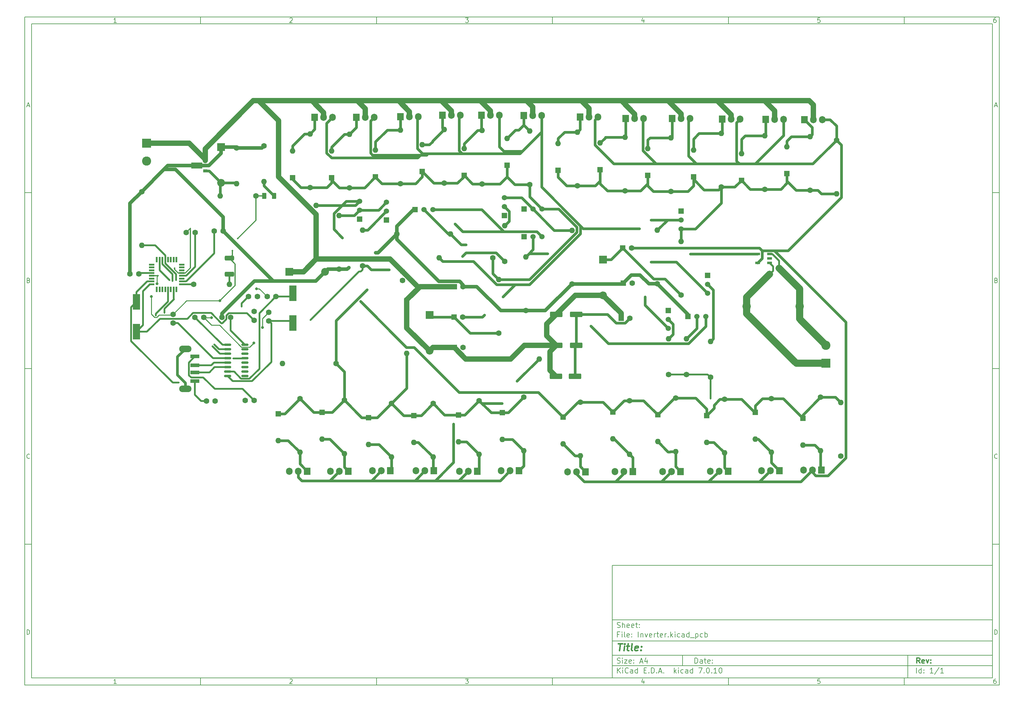
<source format=gbr>
%TF.GenerationSoftware,KiCad,Pcbnew,7.0.10*%
%TF.CreationDate,2024-05-18T21:04:01+03:00*%
%TF.ProjectId,Inverter,496e7665-7274-4657-922e-6b696361645f,rev?*%
%TF.SameCoordinates,Original*%
%TF.FileFunction,Copper,L1,Top*%
%TF.FilePolarity,Positive*%
%FSLAX46Y46*%
G04 Gerber Fmt 4.6, Leading zero omitted, Abs format (unit mm)*
G04 Created by KiCad (PCBNEW 7.0.10) date 2024-05-18 21:04:01*
%MOMM*%
%LPD*%
G01*
G04 APERTURE LIST*
G04 Aperture macros list*
%AMRoundRect*
0 Rectangle with rounded corners*
0 $1 Rounding radius*
0 $2 $3 $4 $5 $6 $7 $8 $9 X,Y pos of 4 corners*
0 Add a 4 corners polygon primitive as box body*
4,1,4,$2,$3,$4,$5,$6,$7,$8,$9,$2,$3,0*
0 Add four circle primitives for the rounded corners*
1,1,$1+$1,$2,$3*
1,1,$1+$1,$4,$5*
1,1,$1+$1,$6,$7*
1,1,$1+$1,$8,$9*
0 Add four rect primitives between the rounded corners*
20,1,$1+$1,$2,$3,$4,$5,0*
20,1,$1+$1,$4,$5,$6,$7,0*
20,1,$1+$1,$6,$7,$8,$9,0*
20,1,$1+$1,$8,$9,$2,$3,0*%
%AMFreePoly0*
4,1,9,3.862500,-0.866500,0.737500,-0.866500,0.737500,-0.450000,-0.737500,-0.450000,-0.737500,0.450000,0.737500,0.450000,0.737500,0.866500,3.862500,0.866500,3.862500,-0.866500,3.862500,-0.866500,$1*%
G04 Aperture macros list end*
%ADD10C,0.100000*%
%ADD11C,0.150000*%
%ADD12C,0.300000*%
%ADD13C,0.400000*%
%TA.AperFunction,ComponentPad*%
%ADD14R,2.600000X2.600000*%
%TD*%
%TA.AperFunction,ComponentPad*%
%ADD15C,2.600000*%
%TD*%
%TA.AperFunction,ComponentPad*%
%ADD16R,1.500000X1.500000*%
%TD*%
%TA.AperFunction,ComponentPad*%
%ADD17C,1.500000*%
%TD*%
%TA.AperFunction,ComponentPad*%
%ADD18O,1.600000X1.600000*%
%TD*%
%TA.AperFunction,ComponentPad*%
%ADD19C,1.600000*%
%TD*%
%TA.AperFunction,ComponentPad*%
%ADD20R,1.600000X1.600000*%
%TD*%
%TA.AperFunction,ComponentPad*%
%ADD21R,1.905000X2.000000*%
%TD*%
%TA.AperFunction,ComponentPad*%
%ADD22O,1.905000X2.000000*%
%TD*%
%TA.AperFunction,SMDPad,CuDef*%
%ADD23R,2.000000X4.500000*%
%TD*%
%TA.AperFunction,ComponentPad*%
%ADD24C,2.400000*%
%TD*%
%TA.AperFunction,SMDPad,CuDef*%
%ADD25RoundRect,0.250000X-1.075000X0.425000X-1.075000X-0.425000X1.075000X-0.425000X1.075000X0.425000X0*%
%TD*%
%TA.AperFunction,SMDPad,CuDef*%
%ADD26RoundRect,0.250000X-1.500000X-0.550000X1.500000X-0.550000X1.500000X0.550000X-1.500000X0.550000X0*%
%TD*%
%TA.AperFunction,ComponentPad*%
%ADD27R,2.200000X2.200000*%
%TD*%
%TA.AperFunction,ComponentPad*%
%ADD28O,2.200000X2.200000*%
%TD*%
%TA.AperFunction,SMDPad,CuDef*%
%ADD29RoundRect,0.250000X-0.375000X-0.625000X0.375000X-0.625000X0.375000X0.625000X-0.375000X0.625000X0*%
%TD*%
%TA.AperFunction,SMDPad,CuDef*%
%ADD30R,1.400000X0.760000*%
%TD*%
%TA.AperFunction,SMDPad,CuDef*%
%ADD31R,2.500000X1.100000*%
%TD*%
%TA.AperFunction,ComponentPad*%
%ADD32O,3.500000X1.900000*%
%TD*%
%TA.AperFunction,SMDPad,CuDef*%
%ADD33RoundRect,0.150000X-0.825000X-0.150000X0.825000X-0.150000X0.825000X0.150000X-0.825000X0.150000X0*%
%TD*%
%TA.AperFunction,SMDPad,CuDef*%
%ADD34R,1.300000X0.900000*%
%TD*%
%TA.AperFunction,SMDPad,CuDef*%
%ADD35FreePoly0,180.000000*%
%TD*%
%TA.AperFunction,SMDPad,CuDef*%
%ADD36R,1.600000X0.550000*%
%TD*%
%TA.AperFunction,SMDPad,CuDef*%
%ADD37R,0.550000X1.600000*%
%TD*%
%TA.AperFunction,ViaPad*%
%ADD38C,0.800000*%
%TD*%
%TA.AperFunction,ViaPad*%
%ADD39C,0.500000*%
%TD*%
%TA.AperFunction,Conductor*%
%ADD40C,0.800000*%
%TD*%
%TA.AperFunction,Conductor*%
%ADD41C,1.500000*%
%TD*%
%TA.AperFunction,Conductor*%
%ADD42C,0.250000*%
%TD*%
%TA.AperFunction,Conductor*%
%ADD43C,0.300000*%
%TD*%
%TA.AperFunction,Conductor*%
%ADD44C,2.000000*%
%TD*%
%TA.AperFunction,Conductor*%
%ADD45C,0.500000*%
%TD*%
%TA.AperFunction,Conductor*%
%ADD46C,1.000000*%
%TD*%
G04 APERTURE END LIST*
D10*
D11*
X177002200Y-166007200D02*
X285002200Y-166007200D01*
X285002200Y-198007200D01*
X177002200Y-198007200D01*
X177002200Y-166007200D01*
D10*
D11*
X10000000Y-10000000D02*
X287002200Y-10000000D01*
X287002200Y-200007200D01*
X10000000Y-200007200D01*
X10000000Y-10000000D01*
D10*
D11*
X12000000Y-12000000D02*
X285002200Y-12000000D01*
X285002200Y-198007200D01*
X12000000Y-198007200D01*
X12000000Y-12000000D01*
D10*
D11*
X60000000Y-12000000D02*
X60000000Y-10000000D01*
D10*
D11*
X110000000Y-12000000D02*
X110000000Y-10000000D01*
D10*
D11*
X160000000Y-12000000D02*
X160000000Y-10000000D01*
D10*
D11*
X210000000Y-12000000D02*
X210000000Y-10000000D01*
D10*
D11*
X260000000Y-12000000D02*
X260000000Y-10000000D01*
D10*
D11*
X36089160Y-11593604D02*
X35346303Y-11593604D01*
X35717731Y-11593604D02*
X35717731Y-10293604D01*
X35717731Y-10293604D02*
X35593922Y-10479319D01*
X35593922Y-10479319D02*
X35470112Y-10603128D01*
X35470112Y-10603128D02*
X35346303Y-10665033D01*
D10*
D11*
X85346303Y-10417414D02*
X85408207Y-10355509D01*
X85408207Y-10355509D02*
X85532017Y-10293604D01*
X85532017Y-10293604D02*
X85841541Y-10293604D01*
X85841541Y-10293604D02*
X85965350Y-10355509D01*
X85965350Y-10355509D02*
X86027255Y-10417414D01*
X86027255Y-10417414D02*
X86089160Y-10541223D01*
X86089160Y-10541223D02*
X86089160Y-10665033D01*
X86089160Y-10665033D02*
X86027255Y-10850747D01*
X86027255Y-10850747D02*
X85284398Y-11593604D01*
X85284398Y-11593604D02*
X86089160Y-11593604D01*
D10*
D11*
X135284398Y-10293604D02*
X136089160Y-10293604D01*
X136089160Y-10293604D02*
X135655826Y-10788842D01*
X135655826Y-10788842D02*
X135841541Y-10788842D01*
X135841541Y-10788842D02*
X135965350Y-10850747D01*
X135965350Y-10850747D02*
X136027255Y-10912652D01*
X136027255Y-10912652D02*
X136089160Y-11036461D01*
X136089160Y-11036461D02*
X136089160Y-11345985D01*
X136089160Y-11345985D02*
X136027255Y-11469795D01*
X136027255Y-11469795D02*
X135965350Y-11531700D01*
X135965350Y-11531700D02*
X135841541Y-11593604D01*
X135841541Y-11593604D02*
X135470112Y-11593604D01*
X135470112Y-11593604D02*
X135346303Y-11531700D01*
X135346303Y-11531700D02*
X135284398Y-11469795D01*
D10*
D11*
X185965350Y-10726938D02*
X185965350Y-11593604D01*
X185655826Y-10231700D02*
X185346303Y-11160271D01*
X185346303Y-11160271D02*
X186151064Y-11160271D01*
D10*
D11*
X236027255Y-10293604D02*
X235408207Y-10293604D01*
X235408207Y-10293604D02*
X235346303Y-10912652D01*
X235346303Y-10912652D02*
X235408207Y-10850747D01*
X235408207Y-10850747D02*
X235532017Y-10788842D01*
X235532017Y-10788842D02*
X235841541Y-10788842D01*
X235841541Y-10788842D02*
X235965350Y-10850747D01*
X235965350Y-10850747D02*
X236027255Y-10912652D01*
X236027255Y-10912652D02*
X236089160Y-11036461D01*
X236089160Y-11036461D02*
X236089160Y-11345985D01*
X236089160Y-11345985D02*
X236027255Y-11469795D01*
X236027255Y-11469795D02*
X235965350Y-11531700D01*
X235965350Y-11531700D02*
X235841541Y-11593604D01*
X235841541Y-11593604D02*
X235532017Y-11593604D01*
X235532017Y-11593604D02*
X235408207Y-11531700D01*
X235408207Y-11531700D02*
X235346303Y-11469795D01*
D10*
D11*
X285965350Y-10293604D02*
X285717731Y-10293604D01*
X285717731Y-10293604D02*
X285593922Y-10355509D01*
X285593922Y-10355509D02*
X285532017Y-10417414D01*
X285532017Y-10417414D02*
X285408207Y-10603128D01*
X285408207Y-10603128D02*
X285346303Y-10850747D01*
X285346303Y-10850747D02*
X285346303Y-11345985D01*
X285346303Y-11345985D02*
X285408207Y-11469795D01*
X285408207Y-11469795D02*
X285470112Y-11531700D01*
X285470112Y-11531700D02*
X285593922Y-11593604D01*
X285593922Y-11593604D02*
X285841541Y-11593604D01*
X285841541Y-11593604D02*
X285965350Y-11531700D01*
X285965350Y-11531700D02*
X286027255Y-11469795D01*
X286027255Y-11469795D02*
X286089160Y-11345985D01*
X286089160Y-11345985D02*
X286089160Y-11036461D01*
X286089160Y-11036461D02*
X286027255Y-10912652D01*
X286027255Y-10912652D02*
X285965350Y-10850747D01*
X285965350Y-10850747D02*
X285841541Y-10788842D01*
X285841541Y-10788842D02*
X285593922Y-10788842D01*
X285593922Y-10788842D02*
X285470112Y-10850747D01*
X285470112Y-10850747D02*
X285408207Y-10912652D01*
X285408207Y-10912652D02*
X285346303Y-11036461D01*
D10*
D11*
X60000000Y-198007200D02*
X60000000Y-200007200D01*
D10*
D11*
X110000000Y-198007200D02*
X110000000Y-200007200D01*
D10*
D11*
X160000000Y-198007200D02*
X160000000Y-200007200D01*
D10*
D11*
X210000000Y-198007200D02*
X210000000Y-200007200D01*
D10*
D11*
X260000000Y-198007200D02*
X260000000Y-200007200D01*
D10*
D11*
X36089160Y-199600804D02*
X35346303Y-199600804D01*
X35717731Y-199600804D02*
X35717731Y-198300804D01*
X35717731Y-198300804D02*
X35593922Y-198486519D01*
X35593922Y-198486519D02*
X35470112Y-198610328D01*
X35470112Y-198610328D02*
X35346303Y-198672233D01*
D10*
D11*
X85346303Y-198424614D02*
X85408207Y-198362709D01*
X85408207Y-198362709D02*
X85532017Y-198300804D01*
X85532017Y-198300804D02*
X85841541Y-198300804D01*
X85841541Y-198300804D02*
X85965350Y-198362709D01*
X85965350Y-198362709D02*
X86027255Y-198424614D01*
X86027255Y-198424614D02*
X86089160Y-198548423D01*
X86089160Y-198548423D02*
X86089160Y-198672233D01*
X86089160Y-198672233D02*
X86027255Y-198857947D01*
X86027255Y-198857947D02*
X85284398Y-199600804D01*
X85284398Y-199600804D02*
X86089160Y-199600804D01*
D10*
D11*
X135284398Y-198300804D02*
X136089160Y-198300804D01*
X136089160Y-198300804D02*
X135655826Y-198796042D01*
X135655826Y-198796042D02*
X135841541Y-198796042D01*
X135841541Y-198796042D02*
X135965350Y-198857947D01*
X135965350Y-198857947D02*
X136027255Y-198919852D01*
X136027255Y-198919852D02*
X136089160Y-199043661D01*
X136089160Y-199043661D02*
X136089160Y-199353185D01*
X136089160Y-199353185D02*
X136027255Y-199476995D01*
X136027255Y-199476995D02*
X135965350Y-199538900D01*
X135965350Y-199538900D02*
X135841541Y-199600804D01*
X135841541Y-199600804D02*
X135470112Y-199600804D01*
X135470112Y-199600804D02*
X135346303Y-199538900D01*
X135346303Y-199538900D02*
X135284398Y-199476995D01*
D10*
D11*
X185965350Y-198734138D02*
X185965350Y-199600804D01*
X185655826Y-198238900D02*
X185346303Y-199167471D01*
X185346303Y-199167471D02*
X186151064Y-199167471D01*
D10*
D11*
X236027255Y-198300804D02*
X235408207Y-198300804D01*
X235408207Y-198300804D02*
X235346303Y-198919852D01*
X235346303Y-198919852D02*
X235408207Y-198857947D01*
X235408207Y-198857947D02*
X235532017Y-198796042D01*
X235532017Y-198796042D02*
X235841541Y-198796042D01*
X235841541Y-198796042D02*
X235965350Y-198857947D01*
X235965350Y-198857947D02*
X236027255Y-198919852D01*
X236027255Y-198919852D02*
X236089160Y-199043661D01*
X236089160Y-199043661D02*
X236089160Y-199353185D01*
X236089160Y-199353185D02*
X236027255Y-199476995D01*
X236027255Y-199476995D02*
X235965350Y-199538900D01*
X235965350Y-199538900D02*
X235841541Y-199600804D01*
X235841541Y-199600804D02*
X235532017Y-199600804D01*
X235532017Y-199600804D02*
X235408207Y-199538900D01*
X235408207Y-199538900D02*
X235346303Y-199476995D01*
D10*
D11*
X285965350Y-198300804D02*
X285717731Y-198300804D01*
X285717731Y-198300804D02*
X285593922Y-198362709D01*
X285593922Y-198362709D02*
X285532017Y-198424614D01*
X285532017Y-198424614D02*
X285408207Y-198610328D01*
X285408207Y-198610328D02*
X285346303Y-198857947D01*
X285346303Y-198857947D02*
X285346303Y-199353185D01*
X285346303Y-199353185D02*
X285408207Y-199476995D01*
X285408207Y-199476995D02*
X285470112Y-199538900D01*
X285470112Y-199538900D02*
X285593922Y-199600804D01*
X285593922Y-199600804D02*
X285841541Y-199600804D01*
X285841541Y-199600804D02*
X285965350Y-199538900D01*
X285965350Y-199538900D02*
X286027255Y-199476995D01*
X286027255Y-199476995D02*
X286089160Y-199353185D01*
X286089160Y-199353185D02*
X286089160Y-199043661D01*
X286089160Y-199043661D02*
X286027255Y-198919852D01*
X286027255Y-198919852D02*
X285965350Y-198857947D01*
X285965350Y-198857947D02*
X285841541Y-198796042D01*
X285841541Y-198796042D02*
X285593922Y-198796042D01*
X285593922Y-198796042D02*
X285470112Y-198857947D01*
X285470112Y-198857947D02*
X285408207Y-198919852D01*
X285408207Y-198919852D02*
X285346303Y-199043661D01*
D10*
D11*
X10000000Y-60000000D02*
X12000000Y-60000000D01*
D10*
D11*
X10000000Y-110000000D02*
X12000000Y-110000000D01*
D10*
D11*
X10000000Y-160000000D02*
X12000000Y-160000000D01*
D10*
D11*
X10690476Y-35222176D02*
X11309523Y-35222176D01*
X10566666Y-35593604D02*
X10999999Y-34293604D01*
X10999999Y-34293604D02*
X11433333Y-35593604D01*
D10*
D11*
X11092857Y-84912652D02*
X11278571Y-84974557D01*
X11278571Y-84974557D02*
X11340476Y-85036461D01*
X11340476Y-85036461D02*
X11402380Y-85160271D01*
X11402380Y-85160271D02*
X11402380Y-85345985D01*
X11402380Y-85345985D02*
X11340476Y-85469795D01*
X11340476Y-85469795D02*
X11278571Y-85531700D01*
X11278571Y-85531700D02*
X11154761Y-85593604D01*
X11154761Y-85593604D02*
X10659523Y-85593604D01*
X10659523Y-85593604D02*
X10659523Y-84293604D01*
X10659523Y-84293604D02*
X11092857Y-84293604D01*
X11092857Y-84293604D02*
X11216666Y-84355509D01*
X11216666Y-84355509D02*
X11278571Y-84417414D01*
X11278571Y-84417414D02*
X11340476Y-84541223D01*
X11340476Y-84541223D02*
X11340476Y-84665033D01*
X11340476Y-84665033D02*
X11278571Y-84788842D01*
X11278571Y-84788842D02*
X11216666Y-84850747D01*
X11216666Y-84850747D02*
X11092857Y-84912652D01*
X11092857Y-84912652D02*
X10659523Y-84912652D01*
D10*
D11*
X11402380Y-135469795D02*
X11340476Y-135531700D01*
X11340476Y-135531700D02*
X11154761Y-135593604D01*
X11154761Y-135593604D02*
X11030952Y-135593604D01*
X11030952Y-135593604D02*
X10845238Y-135531700D01*
X10845238Y-135531700D02*
X10721428Y-135407890D01*
X10721428Y-135407890D02*
X10659523Y-135284080D01*
X10659523Y-135284080D02*
X10597619Y-135036461D01*
X10597619Y-135036461D02*
X10597619Y-134850747D01*
X10597619Y-134850747D02*
X10659523Y-134603128D01*
X10659523Y-134603128D02*
X10721428Y-134479319D01*
X10721428Y-134479319D02*
X10845238Y-134355509D01*
X10845238Y-134355509D02*
X11030952Y-134293604D01*
X11030952Y-134293604D02*
X11154761Y-134293604D01*
X11154761Y-134293604D02*
X11340476Y-134355509D01*
X11340476Y-134355509D02*
X11402380Y-134417414D01*
D10*
D11*
X10659523Y-185593604D02*
X10659523Y-184293604D01*
X10659523Y-184293604D02*
X10969047Y-184293604D01*
X10969047Y-184293604D02*
X11154761Y-184355509D01*
X11154761Y-184355509D02*
X11278571Y-184479319D01*
X11278571Y-184479319D02*
X11340476Y-184603128D01*
X11340476Y-184603128D02*
X11402380Y-184850747D01*
X11402380Y-184850747D02*
X11402380Y-185036461D01*
X11402380Y-185036461D02*
X11340476Y-185284080D01*
X11340476Y-185284080D02*
X11278571Y-185407890D01*
X11278571Y-185407890D02*
X11154761Y-185531700D01*
X11154761Y-185531700D02*
X10969047Y-185593604D01*
X10969047Y-185593604D02*
X10659523Y-185593604D01*
D10*
D11*
X287002200Y-60000000D02*
X285002200Y-60000000D01*
D10*
D11*
X287002200Y-110000000D02*
X285002200Y-110000000D01*
D10*
D11*
X287002200Y-160000000D02*
X285002200Y-160000000D01*
D10*
D11*
X285692676Y-35222176D02*
X286311723Y-35222176D01*
X285568866Y-35593604D02*
X286002199Y-34293604D01*
X286002199Y-34293604D02*
X286435533Y-35593604D01*
D10*
D11*
X286095057Y-84912652D02*
X286280771Y-84974557D01*
X286280771Y-84974557D02*
X286342676Y-85036461D01*
X286342676Y-85036461D02*
X286404580Y-85160271D01*
X286404580Y-85160271D02*
X286404580Y-85345985D01*
X286404580Y-85345985D02*
X286342676Y-85469795D01*
X286342676Y-85469795D02*
X286280771Y-85531700D01*
X286280771Y-85531700D02*
X286156961Y-85593604D01*
X286156961Y-85593604D02*
X285661723Y-85593604D01*
X285661723Y-85593604D02*
X285661723Y-84293604D01*
X285661723Y-84293604D02*
X286095057Y-84293604D01*
X286095057Y-84293604D02*
X286218866Y-84355509D01*
X286218866Y-84355509D02*
X286280771Y-84417414D01*
X286280771Y-84417414D02*
X286342676Y-84541223D01*
X286342676Y-84541223D02*
X286342676Y-84665033D01*
X286342676Y-84665033D02*
X286280771Y-84788842D01*
X286280771Y-84788842D02*
X286218866Y-84850747D01*
X286218866Y-84850747D02*
X286095057Y-84912652D01*
X286095057Y-84912652D02*
X285661723Y-84912652D01*
D10*
D11*
X286404580Y-135469795D02*
X286342676Y-135531700D01*
X286342676Y-135531700D02*
X286156961Y-135593604D01*
X286156961Y-135593604D02*
X286033152Y-135593604D01*
X286033152Y-135593604D02*
X285847438Y-135531700D01*
X285847438Y-135531700D02*
X285723628Y-135407890D01*
X285723628Y-135407890D02*
X285661723Y-135284080D01*
X285661723Y-135284080D02*
X285599819Y-135036461D01*
X285599819Y-135036461D02*
X285599819Y-134850747D01*
X285599819Y-134850747D02*
X285661723Y-134603128D01*
X285661723Y-134603128D02*
X285723628Y-134479319D01*
X285723628Y-134479319D02*
X285847438Y-134355509D01*
X285847438Y-134355509D02*
X286033152Y-134293604D01*
X286033152Y-134293604D02*
X286156961Y-134293604D01*
X286156961Y-134293604D02*
X286342676Y-134355509D01*
X286342676Y-134355509D02*
X286404580Y-134417414D01*
D10*
D11*
X285661723Y-185593604D02*
X285661723Y-184293604D01*
X285661723Y-184293604D02*
X285971247Y-184293604D01*
X285971247Y-184293604D02*
X286156961Y-184355509D01*
X286156961Y-184355509D02*
X286280771Y-184479319D01*
X286280771Y-184479319D02*
X286342676Y-184603128D01*
X286342676Y-184603128D02*
X286404580Y-184850747D01*
X286404580Y-184850747D02*
X286404580Y-185036461D01*
X286404580Y-185036461D02*
X286342676Y-185284080D01*
X286342676Y-185284080D02*
X286280771Y-185407890D01*
X286280771Y-185407890D02*
X286156961Y-185531700D01*
X286156961Y-185531700D02*
X285971247Y-185593604D01*
X285971247Y-185593604D02*
X285661723Y-185593604D01*
D10*
D11*
X200458026Y-193793328D02*
X200458026Y-192293328D01*
X200458026Y-192293328D02*
X200815169Y-192293328D01*
X200815169Y-192293328D02*
X201029455Y-192364757D01*
X201029455Y-192364757D02*
X201172312Y-192507614D01*
X201172312Y-192507614D02*
X201243741Y-192650471D01*
X201243741Y-192650471D02*
X201315169Y-192936185D01*
X201315169Y-192936185D02*
X201315169Y-193150471D01*
X201315169Y-193150471D02*
X201243741Y-193436185D01*
X201243741Y-193436185D02*
X201172312Y-193579042D01*
X201172312Y-193579042D02*
X201029455Y-193721900D01*
X201029455Y-193721900D02*
X200815169Y-193793328D01*
X200815169Y-193793328D02*
X200458026Y-193793328D01*
X202600884Y-193793328D02*
X202600884Y-193007614D01*
X202600884Y-193007614D02*
X202529455Y-192864757D01*
X202529455Y-192864757D02*
X202386598Y-192793328D01*
X202386598Y-192793328D02*
X202100884Y-192793328D01*
X202100884Y-192793328D02*
X201958026Y-192864757D01*
X202600884Y-193721900D02*
X202458026Y-193793328D01*
X202458026Y-193793328D02*
X202100884Y-193793328D01*
X202100884Y-193793328D02*
X201958026Y-193721900D01*
X201958026Y-193721900D02*
X201886598Y-193579042D01*
X201886598Y-193579042D02*
X201886598Y-193436185D01*
X201886598Y-193436185D02*
X201958026Y-193293328D01*
X201958026Y-193293328D02*
X202100884Y-193221900D01*
X202100884Y-193221900D02*
X202458026Y-193221900D01*
X202458026Y-193221900D02*
X202600884Y-193150471D01*
X203100884Y-192793328D02*
X203672312Y-192793328D01*
X203315169Y-192293328D02*
X203315169Y-193579042D01*
X203315169Y-193579042D02*
X203386598Y-193721900D01*
X203386598Y-193721900D02*
X203529455Y-193793328D01*
X203529455Y-193793328D02*
X203672312Y-193793328D01*
X204743741Y-193721900D02*
X204600884Y-193793328D01*
X204600884Y-193793328D02*
X204315170Y-193793328D01*
X204315170Y-193793328D02*
X204172312Y-193721900D01*
X204172312Y-193721900D02*
X204100884Y-193579042D01*
X204100884Y-193579042D02*
X204100884Y-193007614D01*
X204100884Y-193007614D02*
X204172312Y-192864757D01*
X204172312Y-192864757D02*
X204315170Y-192793328D01*
X204315170Y-192793328D02*
X204600884Y-192793328D01*
X204600884Y-192793328D02*
X204743741Y-192864757D01*
X204743741Y-192864757D02*
X204815170Y-193007614D01*
X204815170Y-193007614D02*
X204815170Y-193150471D01*
X204815170Y-193150471D02*
X204100884Y-193293328D01*
X205458026Y-193650471D02*
X205529455Y-193721900D01*
X205529455Y-193721900D02*
X205458026Y-193793328D01*
X205458026Y-193793328D02*
X205386598Y-193721900D01*
X205386598Y-193721900D02*
X205458026Y-193650471D01*
X205458026Y-193650471D02*
X205458026Y-193793328D01*
X205458026Y-192864757D02*
X205529455Y-192936185D01*
X205529455Y-192936185D02*
X205458026Y-193007614D01*
X205458026Y-193007614D02*
X205386598Y-192936185D01*
X205386598Y-192936185D02*
X205458026Y-192864757D01*
X205458026Y-192864757D02*
X205458026Y-193007614D01*
D10*
D11*
X177002200Y-194507200D02*
X285002200Y-194507200D01*
D10*
D11*
X178458026Y-196593328D02*
X178458026Y-195093328D01*
X179315169Y-196593328D02*
X178672312Y-195736185D01*
X179315169Y-195093328D02*
X178458026Y-195950471D01*
X179958026Y-196593328D02*
X179958026Y-195593328D01*
X179958026Y-195093328D02*
X179886598Y-195164757D01*
X179886598Y-195164757D02*
X179958026Y-195236185D01*
X179958026Y-195236185D02*
X180029455Y-195164757D01*
X180029455Y-195164757D02*
X179958026Y-195093328D01*
X179958026Y-195093328D02*
X179958026Y-195236185D01*
X181529455Y-196450471D02*
X181458027Y-196521900D01*
X181458027Y-196521900D02*
X181243741Y-196593328D01*
X181243741Y-196593328D02*
X181100884Y-196593328D01*
X181100884Y-196593328D02*
X180886598Y-196521900D01*
X180886598Y-196521900D02*
X180743741Y-196379042D01*
X180743741Y-196379042D02*
X180672312Y-196236185D01*
X180672312Y-196236185D02*
X180600884Y-195950471D01*
X180600884Y-195950471D02*
X180600884Y-195736185D01*
X180600884Y-195736185D02*
X180672312Y-195450471D01*
X180672312Y-195450471D02*
X180743741Y-195307614D01*
X180743741Y-195307614D02*
X180886598Y-195164757D01*
X180886598Y-195164757D02*
X181100884Y-195093328D01*
X181100884Y-195093328D02*
X181243741Y-195093328D01*
X181243741Y-195093328D02*
X181458027Y-195164757D01*
X181458027Y-195164757D02*
X181529455Y-195236185D01*
X182815170Y-196593328D02*
X182815170Y-195807614D01*
X182815170Y-195807614D02*
X182743741Y-195664757D01*
X182743741Y-195664757D02*
X182600884Y-195593328D01*
X182600884Y-195593328D02*
X182315170Y-195593328D01*
X182315170Y-195593328D02*
X182172312Y-195664757D01*
X182815170Y-196521900D02*
X182672312Y-196593328D01*
X182672312Y-196593328D02*
X182315170Y-196593328D01*
X182315170Y-196593328D02*
X182172312Y-196521900D01*
X182172312Y-196521900D02*
X182100884Y-196379042D01*
X182100884Y-196379042D02*
X182100884Y-196236185D01*
X182100884Y-196236185D02*
X182172312Y-196093328D01*
X182172312Y-196093328D02*
X182315170Y-196021900D01*
X182315170Y-196021900D02*
X182672312Y-196021900D01*
X182672312Y-196021900D02*
X182815170Y-195950471D01*
X184172313Y-196593328D02*
X184172313Y-195093328D01*
X184172313Y-196521900D02*
X184029455Y-196593328D01*
X184029455Y-196593328D02*
X183743741Y-196593328D01*
X183743741Y-196593328D02*
X183600884Y-196521900D01*
X183600884Y-196521900D02*
X183529455Y-196450471D01*
X183529455Y-196450471D02*
X183458027Y-196307614D01*
X183458027Y-196307614D02*
X183458027Y-195879042D01*
X183458027Y-195879042D02*
X183529455Y-195736185D01*
X183529455Y-195736185D02*
X183600884Y-195664757D01*
X183600884Y-195664757D02*
X183743741Y-195593328D01*
X183743741Y-195593328D02*
X184029455Y-195593328D01*
X184029455Y-195593328D02*
X184172313Y-195664757D01*
X186029455Y-195807614D02*
X186529455Y-195807614D01*
X186743741Y-196593328D02*
X186029455Y-196593328D01*
X186029455Y-196593328D02*
X186029455Y-195093328D01*
X186029455Y-195093328D02*
X186743741Y-195093328D01*
X187386598Y-196450471D02*
X187458027Y-196521900D01*
X187458027Y-196521900D02*
X187386598Y-196593328D01*
X187386598Y-196593328D02*
X187315170Y-196521900D01*
X187315170Y-196521900D02*
X187386598Y-196450471D01*
X187386598Y-196450471D02*
X187386598Y-196593328D01*
X188100884Y-196593328D02*
X188100884Y-195093328D01*
X188100884Y-195093328D02*
X188458027Y-195093328D01*
X188458027Y-195093328D02*
X188672313Y-195164757D01*
X188672313Y-195164757D02*
X188815170Y-195307614D01*
X188815170Y-195307614D02*
X188886599Y-195450471D01*
X188886599Y-195450471D02*
X188958027Y-195736185D01*
X188958027Y-195736185D02*
X188958027Y-195950471D01*
X188958027Y-195950471D02*
X188886599Y-196236185D01*
X188886599Y-196236185D02*
X188815170Y-196379042D01*
X188815170Y-196379042D02*
X188672313Y-196521900D01*
X188672313Y-196521900D02*
X188458027Y-196593328D01*
X188458027Y-196593328D02*
X188100884Y-196593328D01*
X189600884Y-196450471D02*
X189672313Y-196521900D01*
X189672313Y-196521900D02*
X189600884Y-196593328D01*
X189600884Y-196593328D02*
X189529456Y-196521900D01*
X189529456Y-196521900D02*
X189600884Y-196450471D01*
X189600884Y-196450471D02*
X189600884Y-196593328D01*
X190243742Y-196164757D02*
X190958028Y-196164757D01*
X190100885Y-196593328D02*
X190600885Y-195093328D01*
X190600885Y-195093328D02*
X191100885Y-196593328D01*
X191600884Y-196450471D02*
X191672313Y-196521900D01*
X191672313Y-196521900D02*
X191600884Y-196593328D01*
X191600884Y-196593328D02*
X191529456Y-196521900D01*
X191529456Y-196521900D02*
X191600884Y-196450471D01*
X191600884Y-196450471D02*
X191600884Y-196593328D01*
X194600884Y-196593328D02*
X194600884Y-195093328D01*
X194743742Y-196021900D02*
X195172313Y-196593328D01*
X195172313Y-195593328D02*
X194600884Y-196164757D01*
X195815170Y-196593328D02*
X195815170Y-195593328D01*
X195815170Y-195093328D02*
X195743742Y-195164757D01*
X195743742Y-195164757D02*
X195815170Y-195236185D01*
X195815170Y-195236185D02*
X195886599Y-195164757D01*
X195886599Y-195164757D02*
X195815170Y-195093328D01*
X195815170Y-195093328D02*
X195815170Y-195236185D01*
X197172314Y-196521900D02*
X197029456Y-196593328D01*
X197029456Y-196593328D02*
X196743742Y-196593328D01*
X196743742Y-196593328D02*
X196600885Y-196521900D01*
X196600885Y-196521900D02*
X196529456Y-196450471D01*
X196529456Y-196450471D02*
X196458028Y-196307614D01*
X196458028Y-196307614D02*
X196458028Y-195879042D01*
X196458028Y-195879042D02*
X196529456Y-195736185D01*
X196529456Y-195736185D02*
X196600885Y-195664757D01*
X196600885Y-195664757D02*
X196743742Y-195593328D01*
X196743742Y-195593328D02*
X197029456Y-195593328D01*
X197029456Y-195593328D02*
X197172314Y-195664757D01*
X198458028Y-196593328D02*
X198458028Y-195807614D01*
X198458028Y-195807614D02*
X198386599Y-195664757D01*
X198386599Y-195664757D02*
X198243742Y-195593328D01*
X198243742Y-195593328D02*
X197958028Y-195593328D01*
X197958028Y-195593328D02*
X197815170Y-195664757D01*
X198458028Y-196521900D02*
X198315170Y-196593328D01*
X198315170Y-196593328D02*
X197958028Y-196593328D01*
X197958028Y-196593328D02*
X197815170Y-196521900D01*
X197815170Y-196521900D02*
X197743742Y-196379042D01*
X197743742Y-196379042D02*
X197743742Y-196236185D01*
X197743742Y-196236185D02*
X197815170Y-196093328D01*
X197815170Y-196093328D02*
X197958028Y-196021900D01*
X197958028Y-196021900D02*
X198315170Y-196021900D01*
X198315170Y-196021900D02*
X198458028Y-195950471D01*
X199815171Y-196593328D02*
X199815171Y-195093328D01*
X199815171Y-196521900D02*
X199672313Y-196593328D01*
X199672313Y-196593328D02*
X199386599Y-196593328D01*
X199386599Y-196593328D02*
X199243742Y-196521900D01*
X199243742Y-196521900D02*
X199172313Y-196450471D01*
X199172313Y-196450471D02*
X199100885Y-196307614D01*
X199100885Y-196307614D02*
X199100885Y-195879042D01*
X199100885Y-195879042D02*
X199172313Y-195736185D01*
X199172313Y-195736185D02*
X199243742Y-195664757D01*
X199243742Y-195664757D02*
X199386599Y-195593328D01*
X199386599Y-195593328D02*
X199672313Y-195593328D01*
X199672313Y-195593328D02*
X199815171Y-195664757D01*
X201529456Y-195093328D02*
X202529456Y-195093328D01*
X202529456Y-195093328D02*
X201886599Y-196593328D01*
X203100884Y-196450471D02*
X203172313Y-196521900D01*
X203172313Y-196521900D02*
X203100884Y-196593328D01*
X203100884Y-196593328D02*
X203029456Y-196521900D01*
X203029456Y-196521900D02*
X203100884Y-196450471D01*
X203100884Y-196450471D02*
X203100884Y-196593328D01*
X204100885Y-195093328D02*
X204243742Y-195093328D01*
X204243742Y-195093328D02*
X204386599Y-195164757D01*
X204386599Y-195164757D02*
X204458028Y-195236185D01*
X204458028Y-195236185D02*
X204529456Y-195379042D01*
X204529456Y-195379042D02*
X204600885Y-195664757D01*
X204600885Y-195664757D02*
X204600885Y-196021900D01*
X204600885Y-196021900D02*
X204529456Y-196307614D01*
X204529456Y-196307614D02*
X204458028Y-196450471D01*
X204458028Y-196450471D02*
X204386599Y-196521900D01*
X204386599Y-196521900D02*
X204243742Y-196593328D01*
X204243742Y-196593328D02*
X204100885Y-196593328D01*
X204100885Y-196593328D02*
X203958028Y-196521900D01*
X203958028Y-196521900D02*
X203886599Y-196450471D01*
X203886599Y-196450471D02*
X203815170Y-196307614D01*
X203815170Y-196307614D02*
X203743742Y-196021900D01*
X203743742Y-196021900D02*
X203743742Y-195664757D01*
X203743742Y-195664757D02*
X203815170Y-195379042D01*
X203815170Y-195379042D02*
X203886599Y-195236185D01*
X203886599Y-195236185D02*
X203958028Y-195164757D01*
X203958028Y-195164757D02*
X204100885Y-195093328D01*
X205243741Y-196450471D02*
X205315170Y-196521900D01*
X205315170Y-196521900D02*
X205243741Y-196593328D01*
X205243741Y-196593328D02*
X205172313Y-196521900D01*
X205172313Y-196521900D02*
X205243741Y-196450471D01*
X205243741Y-196450471D02*
X205243741Y-196593328D01*
X206743742Y-196593328D02*
X205886599Y-196593328D01*
X206315170Y-196593328D02*
X206315170Y-195093328D01*
X206315170Y-195093328D02*
X206172313Y-195307614D01*
X206172313Y-195307614D02*
X206029456Y-195450471D01*
X206029456Y-195450471D02*
X205886599Y-195521900D01*
X207672313Y-195093328D02*
X207815170Y-195093328D01*
X207815170Y-195093328D02*
X207958027Y-195164757D01*
X207958027Y-195164757D02*
X208029456Y-195236185D01*
X208029456Y-195236185D02*
X208100884Y-195379042D01*
X208100884Y-195379042D02*
X208172313Y-195664757D01*
X208172313Y-195664757D02*
X208172313Y-196021900D01*
X208172313Y-196021900D02*
X208100884Y-196307614D01*
X208100884Y-196307614D02*
X208029456Y-196450471D01*
X208029456Y-196450471D02*
X207958027Y-196521900D01*
X207958027Y-196521900D02*
X207815170Y-196593328D01*
X207815170Y-196593328D02*
X207672313Y-196593328D01*
X207672313Y-196593328D02*
X207529456Y-196521900D01*
X207529456Y-196521900D02*
X207458027Y-196450471D01*
X207458027Y-196450471D02*
X207386598Y-196307614D01*
X207386598Y-196307614D02*
X207315170Y-196021900D01*
X207315170Y-196021900D02*
X207315170Y-195664757D01*
X207315170Y-195664757D02*
X207386598Y-195379042D01*
X207386598Y-195379042D02*
X207458027Y-195236185D01*
X207458027Y-195236185D02*
X207529456Y-195164757D01*
X207529456Y-195164757D02*
X207672313Y-195093328D01*
D10*
D11*
X177002200Y-191507200D02*
X285002200Y-191507200D01*
D10*
D12*
X264413853Y-193785528D02*
X263913853Y-193071242D01*
X263556710Y-193785528D02*
X263556710Y-192285528D01*
X263556710Y-192285528D02*
X264128139Y-192285528D01*
X264128139Y-192285528D02*
X264270996Y-192356957D01*
X264270996Y-192356957D02*
X264342425Y-192428385D01*
X264342425Y-192428385D02*
X264413853Y-192571242D01*
X264413853Y-192571242D02*
X264413853Y-192785528D01*
X264413853Y-192785528D02*
X264342425Y-192928385D01*
X264342425Y-192928385D02*
X264270996Y-192999814D01*
X264270996Y-192999814D02*
X264128139Y-193071242D01*
X264128139Y-193071242D02*
X263556710Y-193071242D01*
X265628139Y-193714100D02*
X265485282Y-193785528D01*
X265485282Y-193785528D02*
X265199568Y-193785528D01*
X265199568Y-193785528D02*
X265056710Y-193714100D01*
X265056710Y-193714100D02*
X264985282Y-193571242D01*
X264985282Y-193571242D02*
X264985282Y-192999814D01*
X264985282Y-192999814D02*
X265056710Y-192856957D01*
X265056710Y-192856957D02*
X265199568Y-192785528D01*
X265199568Y-192785528D02*
X265485282Y-192785528D01*
X265485282Y-192785528D02*
X265628139Y-192856957D01*
X265628139Y-192856957D02*
X265699568Y-192999814D01*
X265699568Y-192999814D02*
X265699568Y-193142671D01*
X265699568Y-193142671D02*
X264985282Y-193285528D01*
X266199567Y-192785528D02*
X266556710Y-193785528D01*
X266556710Y-193785528D02*
X266913853Y-192785528D01*
X267485281Y-193642671D02*
X267556710Y-193714100D01*
X267556710Y-193714100D02*
X267485281Y-193785528D01*
X267485281Y-193785528D02*
X267413853Y-193714100D01*
X267413853Y-193714100D02*
X267485281Y-193642671D01*
X267485281Y-193642671D02*
X267485281Y-193785528D01*
X267485281Y-192856957D02*
X267556710Y-192928385D01*
X267556710Y-192928385D02*
X267485281Y-192999814D01*
X267485281Y-192999814D02*
X267413853Y-192928385D01*
X267413853Y-192928385D02*
X267485281Y-192856957D01*
X267485281Y-192856957D02*
X267485281Y-192999814D01*
D10*
D11*
X178386598Y-193721900D02*
X178600884Y-193793328D01*
X178600884Y-193793328D02*
X178958026Y-193793328D01*
X178958026Y-193793328D02*
X179100884Y-193721900D01*
X179100884Y-193721900D02*
X179172312Y-193650471D01*
X179172312Y-193650471D02*
X179243741Y-193507614D01*
X179243741Y-193507614D02*
X179243741Y-193364757D01*
X179243741Y-193364757D02*
X179172312Y-193221900D01*
X179172312Y-193221900D02*
X179100884Y-193150471D01*
X179100884Y-193150471D02*
X178958026Y-193079042D01*
X178958026Y-193079042D02*
X178672312Y-193007614D01*
X178672312Y-193007614D02*
X178529455Y-192936185D01*
X178529455Y-192936185D02*
X178458026Y-192864757D01*
X178458026Y-192864757D02*
X178386598Y-192721900D01*
X178386598Y-192721900D02*
X178386598Y-192579042D01*
X178386598Y-192579042D02*
X178458026Y-192436185D01*
X178458026Y-192436185D02*
X178529455Y-192364757D01*
X178529455Y-192364757D02*
X178672312Y-192293328D01*
X178672312Y-192293328D02*
X179029455Y-192293328D01*
X179029455Y-192293328D02*
X179243741Y-192364757D01*
X179886597Y-193793328D02*
X179886597Y-192793328D01*
X179886597Y-192293328D02*
X179815169Y-192364757D01*
X179815169Y-192364757D02*
X179886597Y-192436185D01*
X179886597Y-192436185D02*
X179958026Y-192364757D01*
X179958026Y-192364757D02*
X179886597Y-192293328D01*
X179886597Y-192293328D02*
X179886597Y-192436185D01*
X180458026Y-192793328D02*
X181243741Y-192793328D01*
X181243741Y-192793328D02*
X180458026Y-193793328D01*
X180458026Y-193793328D02*
X181243741Y-193793328D01*
X182386598Y-193721900D02*
X182243741Y-193793328D01*
X182243741Y-193793328D02*
X181958027Y-193793328D01*
X181958027Y-193793328D02*
X181815169Y-193721900D01*
X181815169Y-193721900D02*
X181743741Y-193579042D01*
X181743741Y-193579042D02*
X181743741Y-193007614D01*
X181743741Y-193007614D02*
X181815169Y-192864757D01*
X181815169Y-192864757D02*
X181958027Y-192793328D01*
X181958027Y-192793328D02*
X182243741Y-192793328D01*
X182243741Y-192793328D02*
X182386598Y-192864757D01*
X182386598Y-192864757D02*
X182458027Y-193007614D01*
X182458027Y-193007614D02*
X182458027Y-193150471D01*
X182458027Y-193150471D02*
X181743741Y-193293328D01*
X183100883Y-193650471D02*
X183172312Y-193721900D01*
X183172312Y-193721900D02*
X183100883Y-193793328D01*
X183100883Y-193793328D02*
X183029455Y-193721900D01*
X183029455Y-193721900D02*
X183100883Y-193650471D01*
X183100883Y-193650471D02*
X183100883Y-193793328D01*
X183100883Y-192864757D02*
X183172312Y-192936185D01*
X183172312Y-192936185D02*
X183100883Y-193007614D01*
X183100883Y-193007614D02*
X183029455Y-192936185D01*
X183029455Y-192936185D02*
X183100883Y-192864757D01*
X183100883Y-192864757D02*
X183100883Y-193007614D01*
X184886598Y-193364757D02*
X185600884Y-193364757D01*
X184743741Y-193793328D02*
X185243741Y-192293328D01*
X185243741Y-192293328D02*
X185743741Y-193793328D01*
X186886598Y-192793328D02*
X186886598Y-193793328D01*
X186529455Y-192221900D02*
X186172312Y-193293328D01*
X186172312Y-193293328D02*
X187100883Y-193293328D01*
D10*
D11*
X263458026Y-196593328D02*
X263458026Y-195093328D01*
X264815170Y-196593328D02*
X264815170Y-195093328D01*
X264815170Y-196521900D02*
X264672312Y-196593328D01*
X264672312Y-196593328D02*
X264386598Y-196593328D01*
X264386598Y-196593328D02*
X264243741Y-196521900D01*
X264243741Y-196521900D02*
X264172312Y-196450471D01*
X264172312Y-196450471D02*
X264100884Y-196307614D01*
X264100884Y-196307614D02*
X264100884Y-195879042D01*
X264100884Y-195879042D02*
X264172312Y-195736185D01*
X264172312Y-195736185D02*
X264243741Y-195664757D01*
X264243741Y-195664757D02*
X264386598Y-195593328D01*
X264386598Y-195593328D02*
X264672312Y-195593328D01*
X264672312Y-195593328D02*
X264815170Y-195664757D01*
X265529455Y-196450471D02*
X265600884Y-196521900D01*
X265600884Y-196521900D02*
X265529455Y-196593328D01*
X265529455Y-196593328D02*
X265458027Y-196521900D01*
X265458027Y-196521900D02*
X265529455Y-196450471D01*
X265529455Y-196450471D02*
X265529455Y-196593328D01*
X265529455Y-195664757D02*
X265600884Y-195736185D01*
X265600884Y-195736185D02*
X265529455Y-195807614D01*
X265529455Y-195807614D02*
X265458027Y-195736185D01*
X265458027Y-195736185D02*
X265529455Y-195664757D01*
X265529455Y-195664757D02*
X265529455Y-195807614D01*
X268172313Y-196593328D02*
X267315170Y-196593328D01*
X267743741Y-196593328D02*
X267743741Y-195093328D01*
X267743741Y-195093328D02*
X267600884Y-195307614D01*
X267600884Y-195307614D02*
X267458027Y-195450471D01*
X267458027Y-195450471D02*
X267315170Y-195521900D01*
X269886598Y-195021900D02*
X268600884Y-196950471D01*
X271172313Y-196593328D02*
X270315170Y-196593328D01*
X270743741Y-196593328D02*
X270743741Y-195093328D01*
X270743741Y-195093328D02*
X270600884Y-195307614D01*
X270600884Y-195307614D02*
X270458027Y-195450471D01*
X270458027Y-195450471D02*
X270315170Y-195521900D01*
D10*
D11*
X177002200Y-187507200D02*
X285002200Y-187507200D01*
D10*
D13*
X178693928Y-188211638D02*
X179836785Y-188211638D01*
X179015357Y-190211638D02*
X179265357Y-188211638D01*
X180253452Y-190211638D02*
X180420119Y-188878304D01*
X180503452Y-188211638D02*
X180396309Y-188306876D01*
X180396309Y-188306876D02*
X180479643Y-188402114D01*
X180479643Y-188402114D02*
X180586786Y-188306876D01*
X180586786Y-188306876D02*
X180503452Y-188211638D01*
X180503452Y-188211638D02*
X180479643Y-188402114D01*
X181086786Y-188878304D02*
X181848690Y-188878304D01*
X181455833Y-188211638D02*
X181241548Y-189925923D01*
X181241548Y-189925923D02*
X181312976Y-190116400D01*
X181312976Y-190116400D02*
X181491548Y-190211638D01*
X181491548Y-190211638D02*
X181682024Y-190211638D01*
X182634405Y-190211638D02*
X182455833Y-190116400D01*
X182455833Y-190116400D02*
X182384405Y-189925923D01*
X182384405Y-189925923D02*
X182598690Y-188211638D01*
X184170119Y-190116400D02*
X183967738Y-190211638D01*
X183967738Y-190211638D02*
X183586785Y-190211638D01*
X183586785Y-190211638D02*
X183408214Y-190116400D01*
X183408214Y-190116400D02*
X183336785Y-189925923D01*
X183336785Y-189925923D02*
X183432024Y-189164019D01*
X183432024Y-189164019D02*
X183551071Y-188973542D01*
X183551071Y-188973542D02*
X183753452Y-188878304D01*
X183753452Y-188878304D02*
X184134404Y-188878304D01*
X184134404Y-188878304D02*
X184312976Y-188973542D01*
X184312976Y-188973542D02*
X184384404Y-189164019D01*
X184384404Y-189164019D02*
X184360595Y-189354495D01*
X184360595Y-189354495D02*
X183384404Y-189544971D01*
X185134405Y-190021161D02*
X185217738Y-190116400D01*
X185217738Y-190116400D02*
X185110595Y-190211638D01*
X185110595Y-190211638D02*
X185027262Y-190116400D01*
X185027262Y-190116400D02*
X185134405Y-190021161D01*
X185134405Y-190021161D02*
X185110595Y-190211638D01*
X185265357Y-188973542D02*
X185348690Y-189068780D01*
X185348690Y-189068780D02*
X185241548Y-189164019D01*
X185241548Y-189164019D02*
X185158214Y-189068780D01*
X185158214Y-189068780D02*
X185265357Y-188973542D01*
X185265357Y-188973542D02*
X185241548Y-189164019D01*
D10*
D11*
X178958026Y-185607614D02*
X178458026Y-185607614D01*
X178458026Y-186393328D02*
X178458026Y-184893328D01*
X178458026Y-184893328D02*
X179172312Y-184893328D01*
X179743740Y-186393328D02*
X179743740Y-185393328D01*
X179743740Y-184893328D02*
X179672312Y-184964757D01*
X179672312Y-184964757D02*
X179743740Y-185036185D01*
X179743740Y-185036185D02*
X179815169Y-184964757D01*
X179815169Y-184964757D02*
X179743740Y-184893328D01*
X179743740Y-184893328D02*
X179743740Y-185036185D01*
X180672312Y-186393328D02*
X180529455Y-186321900D01*
X180529455Y-186321900D02*
X180458026Y-186179042D01*
X180458026Y-186179042D02*
X180458026Y-184893328D01*
X181815169Y-186321900D02*
X181672312Y-186393328D01*
X181672312Y-186393328D02*
X181386598Y-186393328D01*
X181386598Y-186393328D02*
X181243740Y-186321900D01*
X181243740Y-186321900D02*
X181172312Y-186179042D01*
X181172312Y-186179042D02*
X181172312Y-185607614D01*
X181172312Y-185607614D02*
X181243740Y-185464757D01*
X181243740Y-185464757D02*
X181386598Y-185393328D01*
X181386598Y-185393328D02*
X181672312Y-185393328D01*
X181672312Y-185393328D02*
X181815169Y-185464757D01*
X181815169Y-185464757D02*
X181886598Y-185607614D01*
X181886598Y-185607614D02*
X181886598Y-185750471D01*
X181886598Y-185750471D02*
X181172312Y-185893328D01*
X182529454Y-186250471D02*
X182600883Y-186321900D01*
X182600883Y-186321900D02*
X182529454Y-186393328D01*
X182529454Y-186393328D02*
X182458026Y-186321900D01*
X182458026Y-186321900D02*
X182529454Y-186250471D01*
X182529454Y-186250471D02*
X182529454Y-186393328D01*
X182529454Y-185464757D02*
X182600883Y-185536185D01*
X182600883Y-185536185D02*
X182529454Y-185607614D01*
X182529454Y-185607614D02*
X182458026Y-185536185D01*
X182458026Y-185536185D02*
X182529454Y-185464757D01*
X182529454Y-185464757D02*
X182529454Y-185607614D01*
X184386597Y-186393328D02*
X184386597Y-184893328D01*
X185100883Y-185393328D02*
X185100883Y-186393328D01*
X185100883Y-185536185D02*
X185172312Y-185464757D01*
X185172312Y-185464757D02*
X185315169Y-185393328D01*
X185315169Y-185393328D02*
X185529455Y-185393328D01*
X185529455Y-185393328D02*
X185672312Y-185464757D01*
X185672312Y-185464757D02*
X185743741Y-185607614D01*
X185743741Y-185607614D02*
X185743741Y-186393328D01*
X186315169Y-185393328D02*
X186672312Y-186393328D01*
X186672312Y-186393328D02*
X187029455Y-185393328D01*
X188172312Y-186321900D02*
X188029455Y-186393328D01*
X188029455Y-186393328D02*
X187743741Y-186393328D01*
X187743741Y-186393328D02*
X187600883Y-186321900D01*
X187600883Y-186321900D02*
X187529455Y-186179042D01*
X187529455Y-186179042D02*
X187529455Y-185607614D01*
X187529455Y-185607614D02*
X187600883Y-185464757D01*
X187600883Y-185464757D02*
X187743741Y-185393328D01*
X187743741Y-185393328D02*
X188029455Y-185393328D01*
X188029455Y-185393328D02*
X188172312Y-185464757D01*
X188172312Y-185464757D02*
X188243741Y-185607614D01*
X188243741Y-185607614D02*
X188243741Y-185750471D01*
X188243741Y-185750471D02*
X187529455Y-185893328D01*
X188886597Y-186393328D02*
X188886597Y-185393328D01*
X188886597Y-185679042D02*
X188958026Y-185536185D01*
X188958026Y-185536185D02*
X189029455Y-185464757D01*
X189029455Y-185464757D02*
X189172312Y-185393328D01*
X189172312Y-185393328D02*
X189315169Y-185393328D01*
X189600883Y-185393328D02*
X190172311Y-185393328D01*
X189815168Y-184893328D02*
X189815168Y-186179042D01*
X189815168Y-186179042D02*
X189886597Y-186321900D01*
X189886597Y-186321900D02*
X190029454Y-186393328D01*
X190029454Y-186393328D02*
X190172311Y-186393328D01*
X191243740Y-186321900D02*
X191100883Y-186393328D01*
X191100883Y-186393328D02*
X190815169Y-186393328D01*
X190815169Y-186393328D02*
X190672311Y-186321900D01*
X190672311Y-186321900D02*
X190600883Y-186179042D01*
X190600883Y-186179042D02*
X190600883Y-185607614D01*
X190600883Y-185607614D02*
X190672311Y-185464757D01*
X190672311Y-185464757D02*
X190815169Y-185393328D01*
X190815169Y-185393328D02*
X191100883Y-185393328D01*
X191100883Y-185393328D02*
X191243740Y-185464757D01*
X191243740Y-185464757D02*
X191315169Y-185607614D01*
X191315169Y-185607614D02*
X191315169Y-185750471D01*
X191315169Y-185750471D02*
X190600883Y-185893328D01*
X191958025Y-186393328D02*
X191958025Y-185393328D01*
X191958025Y-185679042D02*
X192029454Y-185536185D01*
X192029454Y-185536185D02*
X192100883Y-185464757D01*
X192100883Y-185464757D02*
X192243740Y-185393328D01*
X192243740Y-185393328D02*
X192386597Y-185393328D01*
X192886596Y-186250471D02*
X192958025Y-186321900D01*
X192958025Y-186321900D02*
X192886596Y-186393328D01*
X192886596Y-186393328D02*
X192815168Y-186321900D01*
X192815168Y-186321900D02*
X192886596Y-186250471D01*
X192886596Y-186250471D02*
X192886596Y-186393328D01*
X193600882Y-186393328D02*
X193600882Y-184893328D01*
X193743740Y-185821900D02*
X194172311Y-186393328D01*
X194172311Y-185393328D02*
X193600882Y-185964757D01*
X194815168Y-186393328D02*
X194815168Y-185393328D01*
X194815168Y-184893328D02*
X194743740Y-184964757D01*
X194743740Y-184964757D02*
X194815168Y-185036185D01*
X194815168Y-185036185D02*
X194886597Y-184964757D01*
X194886597Y-184964757D02*
X194815168Y-184893328D01*
X194815168Y-184893328D02*
X194815168Y-185036185D01*
X196172312Y-186321900D02*
X196029454Y-186393328D01*
X196029454Y-186393328D02*
X195743740Y-186393328D01*
X195743740Y-186393328D02*
X195600883Y-186321900D01*
X195600883Y-186321900D02*
X195529454Y-186250471D01*
X195529454Y-186250471D02*
X195458026Y-186107614D01*
X195458026Y-186107614D02*
X195458026Y-185679042D01*
X195458026Y-185679042D02*
X195529454Y-185536185D01*
X195529454Y-185536185D02*
X195600883Y-185464757D01*
X195600883Y-185464757D02*
X195743740Y-185393328D01*
X195743740Y-185393328D02*
X196029454Y-185393328D01*
X196029454Y-185393328D02*
X196172312Y-185464757D01*
X197458026Y-186393328D02*
X197458026Y-185607614D01*
X197458026Y-185607614D02*
X197386597Y-185464757D01*
X197386597Y-185464757D02*
X197243740Y-185393328D01*
X197243740Y-185393328D02*
X196958026Y-185393328D01*
X196958026Y-185393328D02*
X196815168Y-185464757D01*
X197458026Y-186321900D02*
X197315168Y-186393328D01*
X197315168Y-186393328D02*
X196958026Y-186393328D01*
X196958026Y-186393328D02*
X196815168Y-186321900D01*
X196815168Y-186321900D02*
X196743740Y-186179042D01*
X196743740Y-186179042D02*
X196743740Y-186036185D01*
X196743740Y-186036185D02*
X196815168Y-185893328D01*
X196815168Y-185893328D02*
X196958026Y-185821900D01*
X196958026Y-185821900D02*
X197315168Y-185821900D01*
X197315168Y-185821900D02*
X197458026Y-185750471D01*
X198815169Y-186393328D02*
X198815169Y-184893328D01*
X198815169Y-186321900D02*
X198672311Y-186393328D01*
X198672311Y-186393328D02*
X198386597Y-186393328D01*
X198386597Y-186393328D02*
X198243740Y-186321900D01*
X198243740Y-186321900D02*
X198172311Y-186250471D01*
X198172311Y-186250471D02*
X198100883Y-186107614D01*
X198100883Y-186107614D02*
X198100883Y-185679042D01*
X198100883Y-185679042D02*
X198172311Y-185536185D01*
X198172311Y-185536185D02*
X198243740Y-185464757D01*
X198243740Y-185464757D02*
X198386597Y-185393328D01*
X198386597Y-185393328D02*
X198672311Y-185393328D01*
X198672311Y-185393328D02*
X198815169Y-185464757D01*
X199172312Y-186536185D02*
X200315169Y-186536185D01*
X200672311Y-185393328D02*
X200672311Y-186893328D01*
X200672311Y-185464757D02*
X200815169Y-185393328D01*
X200815169Y-185393328D02*
X201100883Y-185393328D01*
X201100883Y-185393328D02*
X201243740Y-185464757D01*
X201243740Y-185464757D02*
X201315169Y-185536185D01*
X201315169Y-185536185D02*
X201386597Y-185679042D01*
X201386597Y-185679042D02*
X201386597Y-186107614D01*
X201386597Y-186107614D02*
X201315169Y-186250471D01*
X201315169Y-186250471D02*
X201243740Y-186321900D01*
X201243740Y-186321900D02*
X201100883Y-186393328D01*
X201100883Y-186393328D02*
X200815169Y-186393328D01*
X200815169Y-186393328D02*
X200672311Y-186321900D01*
X202672312Y-186321900D02*
X202529454Y-186393328D01*
X202529454Y-186393328D02*
X202243740Y-186393328D01*
X202243740Y-186393328D02*
X202100883Y-186321900D01*
X202100883Y-186321900D02*
X202029454Y-186250471D01*
X202029454Y-186250471D02*
X201958026Y-186107614D01*
X201958026Y-186107614D02*
X201958026Y-185679042D01*
X201958026Y-185679042D02*
X202029454Y-185536185D01*
X202029454Y-185536185D02*
X202100883Y-185464757D01*
X202100883Y-185464757D02*
X202243740Y-185393328D01*
X202243740Y-185393328D02*
X202529454Y-185393328D01*
X202529454Y-185393328D02*
X202672312Y-185464757D01*
X203315168Y-186393328D02*
X203315168Y-184893328D01*
X203315168Y-185464757D02*
X203458026Y-185393328D01*
X203458026Y-185393328D02*
X203743740Y-185393328D01*
X203743740Y-185393328D02*
X203886597Y-185464757D01*
X203886597Y-185464757D02*
X203958026Y-185536185D01*
X203958026Y-185536185D02*
X204029454Y-185679042D01*
X204029454Y-185679042D02*
X204029454Y-186107614D01*
X204029454Y-186107614D02*
X203958026Y-186250471D01*
X203958026Y-186250471D02*
X203886597Y-186321900D01*
X203886597Y-186321900D02*
X203743740Y-186393328D01*
X203743740Y-186393328D02*
X203458026Y-186393328D01*
X203458026Y-186393328D02*
X203315168Y-186321900D01*
D10*
D11*
X177002200Y-181507200D02*
X285002200Y-181507200D01*
D10*
D11*
X178386598Y-183621900D02*
X178600884Y-183693328D01*
X178600884Y-183693328D02*
X178958026Y-183693328D01*
X178958026Y-183693328D02*
X179100884Y-183621900D01*
X179100884Y-183621900D02*
X179172312Y-183550471D01*
X179172312Y-183550471D02*
X179243741Y-183407614D01*
X179243741Y-183407614D02*
X179243741Y-183264757D01*
X179243741Y-183264757D02*
X179172312Y-183121900D01*
X179172312Y-183121900D02*
X179100884Y-183050471D01*
X179100884Y-183050471D02*
X178958026Y-182979042D01*
X178958026Y-182979042D02*
X178672312Y-182907614D01*
X178672312Y-182907614D02*
X178529455Y-182836185D01*
X178529455Y-182836185D02*
X178458026Y-182764757D01*
X178458026Y-182764757D02*
X178386598Y-182621900D01*
X178386598Y-182621900D02*
X178386598Y-182479042D01*
X178386598Y-182479042D02*
X178458026Y-182336185D01*
X178458026Y-182336185D02*
X178529455Y-182264757D01*
X178529455Y-182264757D02*
X178672312Y-182193328D01*
X178672312Y-182193328D02*
X179029455Y-182193328D01*
X179029455Y-182193328D02*
X179243741Y-182264757D01*
X179886597Y-183693328D02*
X179886597Y-182193328D01*
X180529455Y-183693328D02*
X180529455Y-182907614D01*
X180529455Y-182907614D02*
X180458026Y-182764757D01*
X180458026Y-182764757D02*
X180315169Y-182693328D01*
X180315169Y-182693328D02*
X180100883Y-182693328D01*
X180100883Y-182693328D02*
X179958026Y-182764757D01*
X179958026Y-182764757D02*
X179886597Y-182836185D01*
X181815169Y-183621900D02*
X181672312Y-183693328D01*
X181672312Y-183693328D02*
X181386598Y-183693328D01*
X181386598Y-183693328D02*
X181243740Y-183621900D01*
X181243740Y-183621900D02*
X181172312Y-183479042D01*
X181172312Y-183479042D02*
X181172312Y-182907614D01*
X181172312Y-182907614D02*
X181243740Y-182764757D01*
X181243740Y-182764757D02*
X181386598Y-182693328D01*
X181386598Y-182693328D02*
X181672312Y-182693328D01*
X181672312Y-182693328D02*
X181815169Y-182764757D01*
X181815169Y-182764757D02*
X181886598Y-182907614D01*
X181886598Y-182907614D02*
X181886598Y-183050471D01*
X181886598Y-183050471D02*
X181172312Y-183193328D01*
X183100883Y-183621900D02*
X182958026Y-183693328D01*
X182958026Y-183693328D02*
X182672312Y-183693328D01*
X182672312Y-183693328D02*
X182529454Y-183621900D01*
X182529454Y-183621900D02*
X182458026Y-183479042D01*
X182458026Y-183479042D02*
X182458026Y-182907614D01*
X182458026Y-182907614D02*
X182529454Y-182764757D01*
X182529454Y-182764757D02*
X182672312Y-182693328D01*
X182672312Y-182693328D02*
X182958026Y-182693328D01*
X182958026Y-182693328D02*
X183100883Y-182764757D01*
X183100883Y-182764757D02*
X183172312Y-182907614D01*
X183172312Y-182907614D02*
X183172312Y-183050471D01*
X183172312Y-183050471D02*
X182458026Y-183193328D01*
X183600883Y-182693328D02*
X184172311Y-182693328D01*
X183815168Y-182193328D02*
X183815168Y-183479042D01*
X183815168Y-183479042D02*
X183886597Y-183621900D01*
X183886597Y-183621900D02*
X184029454Y-183693328D01*
X184029454Y-183693328D02*
X184172311Y-183693328D01*
X184672311Y-183550471D02*
X184743740Y-183621900D01*
X184743740Y-183621900D02*
X184672311Y-183693328D01*
X184672311Y-183693328D02*
X184600883Y-183621900D01*
X184600883Y-183621900D02*
X184672311Y-183550471D01*
X184672311Y-183550471D02*
X184672311Y-183693328D01*
X184672311Y-182764757D02*
X184743740Y-182836185D01*
X184743740Y-182836185D02*
X184672311Y-182907614D01*
X184672311Y-182907614D02*
X184600883Y-182836185D01*
X184600883Y-182836185D02*
X184672311Y-182764757D01*
X184672311Y-182764757D02*
X184672311Y-182907614D01*
D10*
D12*
D10*
D11*
D10*
D11*
D10*
D11*
D10*
D11*
D10*
D11*
X197002200Y-191507200D02*
X197002200Y-194507200D01*
D10*
D11*
X261002200Y-191507200D02*
X261002200Y-198007200D01*
D14*
%TO.P,J3,1,Pin_1*%
%TO.N,Net-(J3-Pin_1)*%
X237700000Y-108480000D03*
D15*
%TO.P,J3,2,Pin_2*%
%TO.N,Net-(J3-Pin_2)*%
X237700000Y-103400000D03*
%TD*%
D16*
%TO.P,Q27,1,E*%
%TO.N,GND*%
X146337400Y-66495200D03*
D17*
%TO.P,Q27,2,B*%
%TO.N,Net-(Q27-B)*%
X146337400Y-63955200D03*
%TO.P,Q27,3,C*%
%TO.N,Net-(Q27-C)*%
X146337400Y-61415200D03*
%TD*%
D18*
%TO.P,R1,2*%
%TO.N,Net-(Q1-B)*%
X198100000Y-101520000D03*
D19*
%TO.P,R1,1*%
%TO.N,11*%
X198100000Y-111680000D03*
%TD*%
D20*
%TO.P,D17,1,K*%
%TO.N,Net-(D10-K)*%
X82077400Y-122872800D03*
D18*
%TO.P,D17,2,A*%
%TO.N,Net-(D17-A)*%
X82077400Y-130492800D03*
%TD*%
D21*
%TO.P,Q6,1,G*%
%TO.N,Net-(D19-A)*%
X104220000Y-38580000D03*
D22*
%TO.P,Q6,2,D*%
%TO.N,+48V*%
X106760000Y-38580000D03*
%TO.P,Q6,3,S*%
%TO.N,Trn+*%
X109300000Y-38580000D03*
%TD*%
D20*
%TO.P,C2,1*%
%TO.N,Net-(D1-K)*%
X132018821Y-95400400D03*
D19*
%TO.P,C2,2*%
%TO.N,Trn+*%
X134518821Y-95400400D03*
%TD*%
%TO.P,R15,1*%
%TO.N,Net-(D13-K)*%
X220300000Y-59000000D03*
D18*
%TO.P,R15,2*%
%TO.N,Net-(D34-A)*%
X220300000Y-43760000D03*
%TD*%
D19*
%TO.P,R29,1*%
%TO.N,Net-(D11-K)*%
X167900000Y-119560000D03*
D18*
%TO.P,R29,2*%
%TO.N,Net-(D11-A)*%
X167900000Y-134800000D03*
%TD*%
D19*
%TO.P,R21,1*%
%TO.N,Net-(D13-K)*%
X180600000Y-59500000D03*
D18*
%TO.P,R21,2*%
%TO.N,Net-(D13-A)*%
X180600000Y-44260000D03*
%TD*%
D16*
%TO.P,Q29,1,E*%
%TO.N,GND*%
X105214800Y-67511200D03*
D17*
%TO.P,Q29,2,B*%
%TO.N,Net-(Q29-B)*%
X105214800Y-64971200D03*
%TO.P,Q29,3,C*%
%TO.N,Net-(D11-K)*%
X105214800Y-62431200D03*
%TD*%
D20*
%TO.P,D10,1,K*%
%TO.N,Net-(D10-K)*%
X120609200Y-123355400D03*
D18*
%TO.P,D10,2,A*%
%TO.N,Net-(D10-A)*%
X120609200Y-130975400D03*
%TD*%
D19*
%TO.P,R13,1*%
%TO.N,Net-(D18-K)*%
X129200000Y-57300000D03*
D18*
%TO.P,R13,2*%
%TO.N,Net-(D7-A)*%
X129200000Y-42060000D03*
%TD*%
D20*
%TO.P,D32,1,K*%
%TO.N,Net-(D13-K)*%
X161600000Y-53590000D03*
D18*
%TO.P,D32,2,A*%
%TO.N,Net-(D32-A)*%
X161600000Y-45970000D03*
%TD*%
D21*
%TO.P,Q20,1,G*%
%TO.N,Net-(D35-A)*%
X231600000Y-39200000D03*
D22*
%TO.P,Q20,2,D*%
%TO.N,+48V*%
X234140000Y-39200000D03*
%TO.P,Q20,3,S*%
%TO.N,Trn-*%
X236680000Y-39200000D03*
%TD*%
D20*
%TO.P,D9,1,K*%
%TO.N,Net-(D10-K)*%
X133283800Y-123203000D03*
D18*
%TO.P,D9,2,A*%
%TO.N,Net-(D9-A)*%
X133283800Y-130823000D03*
%TD*%
D19*
%TO.P,R48,1*%
%TO.N,11*%
X204900000Y-112480000D03*
D18*
%TO.P,R48,2*%
%TO.N,Net-(Q34-B)*%
X204900000Y-102320000D03*
%TD*%
D20*
%TO.P,C3,1*%
%TO.N,+48V*%
X132072800Y-104036400D03*
D19*
%TO.P,C3,2*%
%TO.N,GND*%
X134572800Y-104036400D03*
%TD*%
%TO.P,C19,1*%
%TO.N,Net-(U2-AREF)*%
X58450000Y-71280000D03*
%TO.P,C19,2*%
%TO.N,GND*%
X55950000Y-71280000D03*
%TD*%
D21*
%TO.P,Q22,1,G*%
%TO.N,Net-(D12-A)*%
X182800000Y-139280000D03*
D22*
%TO.P,Q22,2,D*%
%TO.N,Trn-*%
X180260000Y-139280000D03*
%TO.P,Q22,3,S*%
%TO.N,GND*%
X177720000Y-139280000D03*
%TD*%
D17*
%TO.P,Q32,3,C*%
%TO.N,Net-(Q31-B)*%
X192918400Y-98573600D03*
%TO.P,Q32,2,B*%
%TO.N,Net-(Q32-B)*%
X192918400Y-96033600D03*
D16*
%TO.P,Q32,1,E*%
%TO.N,GND*%
X192918400Y-93493600D03*
%TD*%
D20*
%TO.P,D8,1,K*%
%TO.N,Net-(D10-K)*%
X145729800Y-122542600D03*
D18*
%TO.P,D8,2,A*%
%TO.N,Net-(D8-A)*%
X145729800Y-130162600D03*
%TD*%
D21*
%TO.P,Q17,1,G*%
%TO.N,Net-(D15-A)*%
X113900000Y-139080000D03*
D22*
%TO.P,Q17,2,D*%
%TO.N,Trn+*%
X111360000Y-139080000D03*
%TO.P,Q17,3,S*%
%TO.N,GND*%
X108820000Y-139080000D03*
%TD*%
D19*
%TO.P,R47,1*%
%TO.N,+5V*%
X152400000Y-93500000D03*
D18*
%TO.P,R47,2*%
%TO.N,Net-(Q33-B)*%
X152400000Y-78260000D03*
%TD*%
D19*
%TO.P,R22,1*%
%TO.N,Net-(D13-K)*%
X193700000Y-59600000D03*
D18*
%TO.P,R22,2*%
%TO.N,Net-(D31-A)*%
X193700000Y-44360000D03*
%TD*%
D19*
%TO.P,R37,1*%
%TO.N,9*%
X106000000Y-80760000D03*
D18*
%TO.P,R37,2*%
%TO.N,Net-(Q30-B)*%
X106000000Y-70600000D03*
%TD*%
D19*
%TO.P,C21,1*%
%TO.N,Net-(J1-GND)*%
X75200000Y-119080000D03*
%TO.P,C21,2*%
%TO.N,GND*%
X72700000Y-119080000D03*
%TD*%
D20*
%TO.P,D15,1,K*%
%TO.N,Net-(D10-K)*%
X107706000Y-123965000D03*
D18*
%TO.P,D15,2,A*%
%TO.N,Net-(D15-A)*%
X107706000Y-131585000D03*
%TD*%
D19*
%TO.P,C16,1*%
%TO.N,GND*%
X52150000Y-94580000D03*
%TO.P,C16,2*%
%TO.N,Net-(U3-V3)*%
X52150000Y-97080000D03*
%TD*%
D20*
%TO.P,D18,1,K*%
%TO.N,Net-(D18-K)*%
X109700000Y-55490000D03*
D18*
%TO.P,D18,2,A*%
%TO.N,Net-(D18-A)*%
X109700000Y-47870000D03*
%TD*%
D16*
%TO.P,Q30,1,E*%
%TO.N,GND*%
X112834800Y-67790600D03*
D17*
%TO.P,Q30,2,B*%
%TO.N,Net-(Q30-B)*%
X112834800Y-65250600D03*
%TO.P,Q30,3,C*%
%TO.N,Net-(Q29-B)*%
X112834800Y-62710600D03*
%TD*%
D19*
%TO.P,C13,1*%
%TO.N,Net-(U3-XO)*%
X79400000Y-96480000D03*
%TO.P,C13,2*%
%TO.N,GND*%
X79400000Y-93980000D03*
%TD*%
D20*
%TO.P,D16,1,K*%
%TO.N,Net-(D10-K)*%
X94523400Y-122491800D03*
D18*
%TO.P,D16,2,A*%
%TO.N,Net-(D16-A)*%
X94523400Y-130111800D03*
%TD*%
D19*
%TO.P,R32,1*%
%TO.N,9*%
X146409200Y-79525400D03*
D18*
%TO.P,R32,2*%
%TO.N,Net-(Q27-B)*%
X146409200Y-69365400D03*
%TD*%
%TO.P,R40,2*%
%TO.N,Net-(Q32-B)*%
X193020000Y-101520000D03*
D19*
%TO.P,R40,1*%
%TO.N,11*%
X193020000Y-111680000D03*
%TD*%
D20*
%TO.P,D12,1,K*%
%TO.N,Net-(D11-K)*%
X177158400Y-122364800D03*
D18*
%TO.P,D12,2,A*%
%TO.N,Net-(D12-A)*%
X177158400Y-129984800D03*
%TD*%
D20*
%TO.P,C1,1*%
%TO.N,+48V*%
X132095021Y-86688200D03*
D19*
%TO.P,C1,2*%
%TO.N,+5V*%
X134595021Y-86688200D03*
%TD*%
D21*
%TO.P,Q16,1,G*%
%TO.N,Net-(D31-A)*%
X194020000Y-38880000D03*
D22*
%TO.P,Q16,2,D*%
%TO.N,+48V*%
X196560000Y-38880000D03*
%TO.P,Q16,3,S*%
%TO.N,Trn-*%
X199100000Y-38880000D03*
%TD*%
D20*
%TO.P,D21,1,K*%
%TO.N,Net-(D11-K)*%
X203800000Y-123370000D03*
D18*
%TO.P,D21,2,A*%
%TO.N,Net-(D21-A)*%
X203800000Y-130990000D03*
%TD*%
D19*
%TO.P,R28,1*%
%TO.N,Trn-*%
X240700000Y-45060000D03*
D18*
%TO.P,R28,2*%
%TO.N,Net-(D13-K)*%
X240700000Y-60300000D03*
%TD*%
%TO.P,R38,2*%
%TO.N,Net-(D13-K)*%
X196533000Y-73818800D03*
D19*
%TO.P,R38,1*%
%TO.N,Net-(D26-K)*%
X196533000Y-89058800D03*
%TD*%
%TO.P,R34,1*%
%TO.N,Net-(D1-K)*%
X144732800Y-99972400D03*
D18*
%TO.P,R34,2*%
%TO.N,Net-(D18-K)*%
X144732800Y-84732400D03*
%TD*%
D21*
%TO.P,Q12,1,G*%
%TO.N,Net-(D22-A)*%
X224500000Y-139080000D03*
D22*
%TO.P,Q12,2,D*%
%TO.N,Trn-*%
X221960000Y-139080000D03*
%TO.P,Q12,3,S*%
%TO.N,GND*%
X219420000Y-139080000D03*
%TD*%
D20*
%TO.P,D19,1,K*%
%TO.N,Net-(D18-K)*%
X97200000Y-55700000D03*
D18*
%TO.P,D19,2,A*%
%TO.N,Net-(D19-A)*%
X97200000Y-48080000D03*
%TD*%
D23*
%TO.P,Y2,1,1*%
%TO.N,Net-(U3-XO)*%
X86200000Y-97080000D03*
%TO.P,Y2,2,2*%
%TO.N,Net-(U3-XI)*%
X86200000Y-88580000D03*
%TD*%
D20*
%TO.P,D33,1,K*%
%TO.N,Net-(D13-K)*%
X200100000Y-55490000D03*
D18*
%TO.P,D33,2,A*%
%TO.N,Net-(D33-A)*%
X200100000Y-47870000D03*
%TD*%
D19*
%TO.P,R2,1*%
%TO.N,Net-(D10-K)*%
X88224200Y-118580200D03*
D18*
%TO.P,R2,2*%
%TO.N,Net-(D17-A)*%
X88224200Y-133820200D03*
%TD*%
D20*
%TO.P,D7,1,K*%
%TO.N,Net-(D18-K)*%
X123000000Y-53990000D03*
D18*
%TO.P,D7,2,A*%
%TO.N,Net-(D7-A)*%
X123000000Y-46370000D03*
%TD*%
D19*
%TO.P,R16,1*%
%TO.N,Net-(D13-K)*%
X233200000Y-59300000D03*
D18*
%TO.P,R16,2*%
%TO.N,Net-(D35-A)*%
X233200000Y-44060000D03*
%TD*%
D19*
%TO.P,C15,1*%
%TO.N,GND*%
X64150000Y-119280000D03*
%TO.P,C15,2*%
%TO.N,Net-(J1-VBUS)*%
X61650000Y-119280000D03*
%TD*%
D20*
%TO.P,D14,1,K*%
%TO.N,Net-(D11-K)*%
X189900000Y-123160000D03*
D18*
%TO.P,D14,2,A*%
%TO.N,Net-(D14-A)*%
X189900000Y-130780000D03*
%TD*%
D16*
%TO.P,Q28,1,E*%
%TO.N,GND*%
X151921000Y-64666400D03*
D17*
%TO.P,Q28,2,B*%
%TO.N,Net-(Q27-C)*%
X154461000Y-64666400D03*
%TO.P,Q28,3,C*%
%TO.N,Net-(D18-K)*%
X157001000Y-64666400D03*
%TD*%
D21*
%TO.P,Q10,1,G*%
%TO.N,Net-(D8-A)*%
X150500000Y-139080000D03*
D22*
%TO.P,Q10,2,D*%
%TO.N,Trn+*%
X147960000Y-139080000D03*
%TO.P,Q10,3,S*%
%TO.N,GND*%
X145420000Y-139080000D03*
%TD*%
D24*
%TO.P,C20,2*%
%TO.N,Net-(J3-Pin_1)*%
X215200000Y-92280000D03*
%TO.P,C20,1*%
%TO.N,Net-(J3-Pin_2)*%
X230200000Y-92280000D03*
%TD*%
D21*
%TO.P,Q4,1,G*%
%TO.N,Net-(D16-A)*%
X102000000Y-139180000D03*
D22*
%TO.P,Q4,2,D*%
%TO.N,Trn+*%
X99460000Y-139180000D03*
%TO.P,Q4,3,S*%
%TO.N,GND*%
X96920000Y-139180000D03*
%TD*%
D19*
%TO.P,R8,1*%
%TO.N,Net-(D18-K)*%
X102300000Y-58600000D03*
D18*
%TO.P,R8,2*%
%TO.N,Net-(D19-A)*%
X102300000Y-43360000D03*
%TD*%
D17*
%TO.P,Q34,3,C*%
%TO.N,Net-(Q33-B)*%
X204100000Y-88620000D03*
%TO.P,Q34,2,B*%
%TO.N,Net-(Q34-B)*%
X204100000Y-86080000D03*
D16*
%TO.P,Q34,1,E*%
%TO.N,GND*%
X204100000Y-83540000D03*
%TD*%
D19*
%TO.P,R9,1*%
%TO.N,Net-(D18-K)*%
X116800000Y-57400000D03*
D18*
%TO.P,R9,2*%
%TO.N,Net-(D18-A)*%
X116800000Y-42160000D03*
%TD*%
D19*
%TO.P,R17,1*%
%TO.N,Net-(D11-K)*%
X208900000Y-118760000D03*
D18*
%TO.P,R17,2*%
%TO.N,Net-(D21-A)*%
X208900000Y-134000000D03*
%TD*%
D20*
%TO.P,C9,1*%
%TO.N,+5V*%
X180126421Y-85680000D03*
D19*
%TO.P,C9,2*%
%TO.N,GND*%
X182626421Y-85680000D03*
%TD*%
D25*
%TO.P,D30,1,K*%
%TO.N,GND*%
X68150000Y-78630000D03*
%TO.P,D30,2,A*%
%TO.N,Net-(D30-A)*%
X68150000Y-83130000D03*
%TD*%
D19*
%TO.P,R19,1*%
%TO.N,Net-(D11-K)*%
X236200000Y-118160000D03*
D18*
%TO.P,R19,2*%
%TO.N,Net-(D36-A)*%
X236200000Y-133400000D03*
%TD*%
D26*
%TO.P,C6,1*%
%TO.N,+48V*%
X161100000Y-103380000D03*
%TO.P,C6,2*%
%TO.N,GND*%
X166700000Y-103380000D03*
%TD*%
D21*
%TO.P,Q13,1,G*%
%TO.N,Net-(D36-A)*%
X236400000Y-138880000D03*
D22*
%TO.P,Q13,2,D*%
%TO.N,Trn-*%
X233860000Y-138880000D03*
%TO.P,Q13,3,S*%
%TO.N,GND*%
X231320000Y-138880000D03*
%TD*%
D19*
%TO.P,R18,1*%
%TO.N,Net-(D11-K)*%
X222200000Y-118560000D03*
D18*
%TO.P,R18,2*%
%TO.N,Net-(D22-A)*%
X222200000Y-133800000D03*
%TD*%
D16*
%TO.P,Q3,1,E*%
%TO.N,+5V*%
X120933000Y-64823200D03*
D17*
%TO.P,Q3,2,B*%
%TO.N,Net-(Q1-C)*%
X123473000Y-64823200D03*
%TO.P,Q3,3,C*%
%TO.N,Net-(D10-K)*%
X126013000Y-64823200D03*
%TD*%
D19*
%TO.P,R45,1*%
%TO.N,+5V*%
X43266600Y-59699000D03*
D18*
%TO.P,R45,2*%
%TO.N,Net-(U2-~{RESET}{slash}PC6)*%
X43266600Y-74939000D03*
%TD*%
D19*
%TO.P,R33,1*%
%TO.N,+5V*%
X165535400Y-85926200D03*
D18*
%TO.P,R33,2*%
%TO.N,Net-(Q27-C)*%
X165535400Y-70686200D03*
%TD*%
D21*
%TO.P,Q14,1,G*%
%TO.N,Net-(D32-A)*%
X167820000Y-38480000D03*
D22*
%TO.P,Q14,2,D*%
%TO.N,+48V*%
X170360000Y-38480000D03*
%TO.P,Q14,3,S*%
%TO.N,Trn-*%
X172900000Y-38480000D03*
%TD*%
D19*
%TO.P,R25,1*%
%TO.N,Net-(D10-K)*%
X98520000Y-108600000D03*
D18*
%TO.P,R25,2*%
%TO.N,GND*%
X83280000Y-108600000D03*
%TD*%
D27*
%TO.P,D26,1,K*%
%TO.N,Net-(D26-K)*%
X174400000Y-79000000D03*
D28*
%TO.P,D26,2,A*%
%TO.N,+48V*%
X174400000Y-89160000D03*
%TD*%
D27*
%TO.P,D27,1,K*%
%TO.N,+48V*%
X85240000Y-82480000D03*
D28*
%TO.P,D27,2,A*%
%TO.N,+5V*%
X95400000Y-82480000D03*
%TD*%
D18*
%TO.P,R26,2*%
%TO.N,Net-(D11-K)*%
X241900000Y-119660000D03*
D19*
%TO.P,R26,1*%
%TO.N,GND*%
X241900000Y-134900000D03*
%TD*%
%TO.P,R36,1*%
%TO.N,+5V*%
X99317600Y-81735200D03*
D18*
%TO.P,R36,2*%
%TO.N,Net-(Q29-B)*%
X99317600Y-66495200D03*
%TD*%
D29*
%TO.P,D29,1,K*%
%TO.N,GND*%
X78100000Y-60880000D03*
%TO.P,D29,2,A*%
%TO.N,Net-(D29-A)*%
X80900000Y-60880000D03*
%TD*%
D19*
%TO.P,R7,1*%
%TO.N,Net-(D18-K)*%
X91100000Y-58513600D03*
D18*
%TO.P,R7,2*%
%TO.N,Net-(D20-A)*%
X91100000Y-43273600D03*
%TD*%
D21*
%TO.P,Q9,1,G*%
%TO.N,Net-(D9-A)*%
X138600000Y-139180000D03*
D22*
%TO.P,Q9,2,D*%
%TO.N,Trn+*%
X136060000Y-139180000D03*
%TO.P,Q9,3,S*%
%TO.N,GND*%
X133520000Y-139180000D03*
%TD*%
D30*
%TO.P,T1,1,AA*%
%TO.N,Trn+*%
X218300000Y-77440000D03*
%TO.P,T1,2,AB*%
%TO.N,Trn-*%
X218300000Y-79980000D03*
%TO.P,T1,3,SA*%
%TO.N,Net-(J3-Pin_1)*%
X221730000Y-79980000D03*
%TO.P,T1,4,SC*%
%TO.N,unconnected-(T1-SC-Pad4)*%
X221730000Y-78710000D03*
%TO.P,T1,5,SB*%
%TO.N,Net-(J3-Pin_2)*%
X221730000Y-77440000D03*
%TD*%
D19*
%TO.P,R46,1*%
%TO.N,+48V*%
X140980000Y-107280000D03*
D18*
%TO.P,R46,2*%
%TO.N,Net-(D10-K)*%
X156220000Y-107280000D03*
%TD*%
D19*
%TO.P,C8,1*%
%TO.N,+48V*%
X117400000Y-82430000D03*
%TO.P,C8,2*%
%TO.N,GND*%
X117400000Y-84930000D03*
%TD*%
%TO.P,R12,1*%
%TO.N,Net-(D10-K)*%
X151851200Y-118148400D03*
D18*
%TO.P,R12,2*%
%TO.N,Net-(D8-A)*%
X151851200Y-133388400D03*
%TD*%
D19*
%TO.P,R30,1*%
%TO.N,Net-(D11-K)*%
X181900000Y-119160000D03*
D18*
%TO.P,R30,2*%
%TO.N,Net-(D12-A)*%
X181900000Y-134400000D03*
%TD*%
D19*
%TO.P,R6,1*%
%TO.N,Net-(D10-K)*%
X114259200Y-119926400D03*
D18*
%TO.P,R6,2*%
%TO.N,Net-(D15-A)*%
X114259200Y-135166400D03*
%TD*%
D19*
%TO.P,R4,1*%
%TO.N,Net-(D10-K)*%
X100848000Y-119012000D03*
D18*
%TO.P,R4,2*%
%TO.N,Net-(D16-A)*%
X100848000Y-134252000D03*
%TD*%
D16*
%TO.P,Q33,1,E*%
%TO.N,GND*%
X151946400Y-72544800D03*
D17*
%TO.P,Q33,2,B*%
%TO.N,Net-(Q33-B)*%
X154486400Y-72544800D03*
%TO.P,Q33,3,C*%
%TO.N,Net-(D10-K)*%
X157026400Y-72544800D03*
%TD*%
D20*
%TO.P,D36,1,K*%
%TO.N,Net-(D11-K)*%
X231184200Y-124142800D03*
D18*
%TO.P,D36,2,A*%
%TO.N,Net-(D36-A)*%
X231184200Y-131762800D03*
%TD*%
D21*
%TO.P,Q26,1,G*%
%TO.N,Net-(D5-A)*%
X151820000Y-38080000D03*
D22*
%TO.P,Q26,2,D*%
%TO.N,+48V*%
X154360000Y-38080000D03*
%TO.P,Q26,3,S*%
%TO.N,Trn+*%
X156900000Y-38080000D03*
%TD*%
D21*
%TO.P,Q8,1,G*%
%TO.N,Net-(D10-A)*%
X126300000Y-139080000D03*
D22*
%TO.P,Q8,2,D*%
%TO.N,Trn+*%
X123760000Y-139080000D03*
%TO.P,Q8,3,S*%
%TO.N,GND*%
X121220000Y-139080000D03*
%TD*%
D31*
%TO.P,J1,1,VBUS*%
%TO.N,Net-(J1-VBUS)*%
X58400000Y-113580000D03*
%TO.P,J1,2,D-*%
%TO.N,Net-(J1-D-)*%
X58400000Y-111080000D03*
%TO.P,J1,3,D+*%
%TO.N,Net-(J1-D+)*%
X58400000Y-109080000D03*
%TO.P,J1,4,GND*%
%TO.N,Net-(J1-GND)*%
X58400000Y-106580000D03*
D32*
%TO.P,J1,5,Shield*%
%TO.N,unconnected-(J1-Shield-Pad5)*%
X55650000Y-115780000D03*
X55650000Y-104380000D03*
%TD*%
D19*
%TO.P,R35,1*%
%TO.N,+48V*%
X92866000Y-78890400D03*
D18*
%TO.P,R35,2*%
%TO.N,Net-(D11-K)*%
X92866000Y-63650400D03*
%TD*%
D27*
%TO.P,D1,1,K*%
%TO.N,Net-(D1-K)*%
X125073200Y-94790800D03*
D28*
%TO.P,D1,2,A*%
%TO.N,+48V*%
X125073200Y-104950800D03*
%TD*%
D19*
%TO.P,C10,1*%
%TO.N,Net-(U2-XTAL1{slash}PB6)*%
X73649000Y-89503000D03*
%TO.P,C10,2*%
%TO.N,GND*%
X76149000Y-89503000D03*
%TD*%
D20*
%TO.P,D13,1,K*%
%TO.N,Net-(D13-K)*%
X173500000Y-53490000D03*
D18*
%TO.P,D13,2,A*%
%TO.N,Net-(D13-A)*%
X173500000Y-45870000D03*
%TD*%
D17*
%TO.P,Q31,3,C*%
%TO.N,Net-(D13-K)*%
X196503200Y-70262800D03*
%TO.P,Q31,2,B*%
%TO.N,Net-(Q31-B)*%
X196503200Y-67722800D03*
D16*
%TO.P,Q31,1,E*%
%TO.N,GND*%
X196503200Y-65182800D03*
%TD*%
D21*
%TO.P,Q5,1,G*%
%TO.N,Net-(D20-A)*%
X92420000Y-38580000D03*
D22*
%TO.P,Q5,2,D*%
%TO.N,+48V*%
X94960000Y-38580000D03*
%TO.P,Q5,3,S*%
%TO.N,Trn+*%
X97500000Y-38580000D03*
%TD*%
D19*
%TO.P,C11,1*%
%TO.N,Net-(U3-XI)*%
X81400000Y-89530000D03*
%TO.P,C11,2*%
%TO.N,GND*%
X78900000Y-89530000D03*
%TD*%
D21*
%TO.P,Q24,1,G*%
%TO.N,Net-(D7-A)*%
X128720000Y-37980000D03*
D22*
%TO.P,Q24,2,D*%
%TO.N,+48V*%
X131260000Y-37980000D03*
%TO.P,Q24,3,S*%
%TO.N,Trn+*%
X133800000Y-37980000D03*
%TD*%
D19*
%TO.P,C12,1*%
%TO.N,Net-(U2-XTAL2{slash}PB7)*%
X75200000Y-96280000D03*
%TO.P,C12,2*%
%TO.N,GND*%
X75200000Y-93780000D03*
%TD*%
D20*
%TO.P,D5,1,K*%
%TO.N,Net-(D18-K)*%
X147100000Y-52190000D03*
D18*
%TO.P,D5,2,A*%
%TO.N,Net-(D5-A)*%
X147100000Y-44570000D03*
%TD*%
D19*
%TO.P,R23,1*%
%TO.N,Net-(D18-K)*%
X140000000Y-57500000D03*
D18*
%TO.P,R23,2*%
%TO.N,Net-(D6-A)*%
X140000000Y-42260000D03*
%TD*%
D33*
%TO.P,U3,1,GND*%
%TO.N,Net-(U3-GND)*%
X67650000Y-103260000D03*
%TO.P,U3,2,TXD*%
%TO.N,Net-(U2-PD0)*%
X67650000Y-104530000D03*
%TO.P,U3,3,RXD*%
%TO.N,Net-(U2-PD1)*%
X67650000Y-105800000D03*
%TO.P,U3,4,V3*%
%TO.N,Net-(U3-V3)*%
X67650000Y-107070000D03*
%TO.P,U3,5,UD+*%
%TO.N,Net-(J1-D+)*%
X67650000Y-108340000D03*
%TO.P,U3,6,UD-*%
%TO.N,Net-(J1-D-)*%
X67650000Y-109610000D03*
%TO.P,U3,7,XI*%
%TO.N,Net-(U3-XI)*%
X67650000Y-110880000D03*
%TO.P,U3,8,XO*%
%TO.N,Net-(U3-XO)*%
X67650000Y-112150000D03*
%TO.P,U3,9,~{CTS}*%
%TO.N,unconnected-(U3-~{CTS}-Pad9)*%
X72600000Y-112150000D03*
%TO.P,U3,10,~{DSR}*%
%TO.N,unconnected-(U3-~{DSR}-Pad10)*%
X72600000Y-110880000D03*
%TO.P,U3,11,~{RI}*%
%TO.N,unconnected-(U3-~{RI}-Pad11)*%
X72600000Y-109610000D03*
%TO.P,U3,12,~{DCD}*%
%TO.N,unconnected-(U3-~{DCD}-Pad12)*%
X72600000Y-108340000D03*
%TO.P,U3,13,~{DTR}*%
%TO.N,Net-(U2-~{RESET}{slash}PC6)*%
X72600000Y-107070000D03*
%TO.P,U3,14,~{RTS}*%
%TO.N,unconnected-(U3-~{RTS}-Pad14)*%
X72600000Y-105800000D03*
%TO.P,U3,15,R232*%
%TO.N,unconnected-(U3-R232-Pad15)*%
X72600000Y-104530000D03*
%TO.P,U3,16,VCC*%
%TO.N,Net-(U3-VCC)*%
X72600000Y-103260000D03*
%TD*%
D19*
%TO.P,R27,1*%
%TO.N,Net-(D18-K)*%
X143020000Y-78480000D03*
D18*
%TO.P,R27,2*%
%TO.N,Trn+*%
X127780000Y-78480000D03*
%TD*%
D19*
%TO.P,C18,1*%
%TO.N,+5V*%
X39950000Y-83080000D03*
%TO.P,C18,2*%
%TO.N,Net-(U2-VCC)*%
X42450000Y-83080000D03*
%TD*%
%TO.P,R11,1*%
%TO.N,Net-(D10-K)*%
X139176600Y-119139000D03*
D18*
%TO.P,R11,2*%
%TO.N,Net-(D9-A)*%
X139176600Y-134379000D03*
%TD*%
D34*
%TO.P,U1,1,ADJ*%
%TO.N,Net-(D28-A)*%
X61307800Y-53794800D03*
D35*
%TO.P,U1,2,VO*%
%TO.N,+5V*%
X61220300Y-52294800D03*
D34*
%TO.P,U1,3,VI*%
%TO.N,+48V*%
X61307800Y-50794800D03*
%TD*%
D19*
%TO.P,R5,1*%
%TO.N,+48V*%
X118600000Y-90460000D03*
D18*
%TO.P,R5,2*%
%TO.N,Net-(D10-K)*%
X118600000Y-105700000D03*
%TD*%
D19*
%TO.P,R10,1*%
%TO.N,Net-(D10-K)*%
X126095600Y-119951800D03*
D18*
%TO.P,R10,2*%
%TO.N,Net-(D10-A)*%
X126095600Y-135191800D03*
%TD*%
D21*
%TO.P,Q2,1,G*%
%TO.N,Net-(D17-A)*%
X90300000Y-139180000D03*
D22*
%TO.P,Q2,2,D*%
%TO.N,Trn+*%
X87760000Y-139180000D03*
%TO.P,Q2,3,S*%
%TO.N,GND*%
X85220000Y-139180000D03*
%TD*%
D19*
%TO.P,R41,1*%
%TO.N,GND*%
X75719000Y-60939400D03*
D18*
%TO.P,R41,2*%
%TO.N,Net-(D28-A)*%
X65559000Y-60939400D03*
%TD*%
D19*
%TO.P,R44,1*%
%TO.N,Net-(U2-PB5)*%
X58070000Y-86080000D03*
D18*
%TO.P,R44,2*%
%TO.N,Net-(D30-A)*%
X68230000Y-86080000D03*
%TD*%
D26*
%TO.P,C7,1*%
%TO.N,+48V*%
X161000000Y-112180000D03*
%TO.P,C7,2*%
%TO.N,GND*%
X166400000Y-112180000D03*
%TD*%
D19*
%TO.P,R14,1*%
%TO.N,Net-(D13-K)*%
X208000000Y-58400000D03*
D18*
%TO.P,R14,2*%
%TO.N,Net-(D33-A)*%
X208000000Y-43160000D03*
%TD*%
%TO.P,R39,2*%
%TO.N,Net-(Q31-B)*%
X189800000Y-70660000D03*
D19*
%TO.P,R39,1*%
%TO.N,+5V*%
X189800000Y-85900000D03*
%TD*%
D20*
%TO.P,D20,1,K*%
%TO.N,Net-(D18-K)*%
X86161000Y-55770400D03*
D18*
%TO.P,D20,2,A*%
%TO.N,Net-(D20-A)*%
X86161000Y-48150400D03*
%TD*%
D21*
%TO.P,Q11,1,G*%
%TO.N,Net-(D21-A)*%
X209900000Y-139180000D03*
D22*
%TO.P,Q11,2,D*%
%TO.N,Trn-*%
X207360000Y-139180000D03*
%TO.P,Q11,3,S*%
%TO.N,GND*%
X204820000Y-139180000D03*
%TD*%
D21*
%TO.P,Q7,1,G*%
%TO.N,Net-(D18-A)*%
X116820000Y-38380000D03*
D22*
%TO.P,Q7,2,D*%
%TO.N,+48V*%
X119360000Y-38380000D03*
%TO.P,Q7,3,S*%
%TO.N,Trn+*%
X121900000Y-38380000D03*
%TD*%
D21*
%TO.P,Q15,1,G*%
%TO.N,Net-(D13-A)*%
X180820000Y-38880000D03*
D22*
%TO.P,Q15,2,D*%
%TO.N,+48V*%
X183360000Y-38880000D03*
%TO.P,Q15,3,S*%
%TO.N,Trn-*%
X185900000Y-38880000D03*
%TD*%
D19*
%TO.P,R20,1*%
%TO.N,Net-(D13-K)*%
X167100000Y-58000000D03*
D18*
%TO.P,R20,2*%
%TO.N,Net-(D32-A)*%
X167100000Y-42760000D03*
%TD*%
D14*
%TO.P,J2,1,Pin_1*%
%TO.N,+48V*%
X44650000Y-45935000D03*
D15*
%TO.P,J2,2,Pin_2*%
%TO.N,GND*%
X44650000Y-51015000D03*
%TD*%
D19*
%TO.P,R43,1*%
%TO.N,+5V*%
X78039000Y-46659400D03*
D18*
%TO.P,R43,2*%
%TO.N,Net-(D29-A)*%
X78039000Y-56819400D03*
%TD*%
D20*
%TO.P,C22,1*%
%TO.N,+48V*%
X179500000Y-95680000D03*
D19*
%TO.P,C22,2*%
%TO.N,GND*%
X182000000Y-95680000D03*
%TD*%
%TO.P,R42,1*%
%TO.N,+5V*%
X70239000Y-47259400D03*
D18*
%TO.P,R42,2*%
%TO.N,Net-(D28-A)*%
X70239000Y-57419400D03*
%TD*%
D36*
%TO.P,U2,1,PD3*%
%TO.N,unconnected-(U2-PD3-Pad1)*%
X46100000Y-80430000D03*
%TO.P,U2,2,PD4*%
%TO.N,unconnected-(U2-PD4-Pad2)*%
X46100000Y-81230000D03*
%TO.P,U2,3,PE0*%
%TO.N,unconnected-(U2-PE0-Pad3)*%
X46100000Y-82030000D03*
%TO.P,U2,4,VCC*%
%TO.N,Net-(U2-VCC)*%
X46100000Y-82830000D03*
%TO.P,U2,5,GND*%
%TO.N,GND*%
X46100000Y-83630000D03*
%TO.P,U2,6,PE1*%
%TO.N,unconnected-(U2-PE1-Pad6)*%
X46100000Y-84430000D03*
%TO.P,U2,7,XTAL1/PB6*%
%TO.N,Net-(U2-XTAL1{slash}PB6)*%
X46100000Y-85230000D03*
%TO.P,U2,8,XTAL2/PB7*%
%TO.N,Net-(U2-XTAL2{slash}PB7)*%
X46100000Y-86030000D03*
D37*
%TO.P,U2,9,PD5*%
%TO.N,unconnected-(U2-PD5-Pad9)*%
X47550000Y-87480000D03*
%TO.P,U2,10,PD6*%
%TO.N,unconnected-(U2-PD6-Pad10)*%
X48350000Y-87480000D03*
%TO.P,U2,11,PD7*%
%TO.N,unconnected-(U2-PD7-Pad11)*%
X49150000Y-87480000D03*
%TO.P,U2,12,PB0*%
%TO.N,unconnected-(U2-PB0-Pad12)*%
X49950000Y-87480000D03*
%TO.P,U2,13,PB1*%
%TO.N,9*%
X50750000Y-87480000D03*
%TO.P,U2,14,PB2*%
%TO.N,unconnected-(U2-PB2-Pad14)*%
X51550000Y-87480000D03*
%TO.P,U2,15,PB3*%
%TO.N,11*%
X52350000Y-87480000D03*
%TO.P,U2,16,PB4*%
%TO.N,unconnected-(U2-PB4-Pad16)*%
X53150000Y-87480000D03*
D36*
%TO.P,U2,17,PB5*%
%TO.N,Net-(U2-PB5)*%
X54600000Y-86030000D03*
%TO.P,U2,18,AVCC*%
%TO.N,Net-(U2-AVCC)*%
X54600000Y-85230000D03*
%TO.P,U2,19,PE2*%
%TO.N,unconnected-(U2-PE2-Pad19)*%
X54600000Y-84430000D03*
%TO.P,U2,20,AREF*%
%TO.N,Net-(U2-AREF)*%
X54600000Y-83630000D03*
%TO.P,U2,21,GND*%
%TO.N,GND*%
X54600000Y-82830000D03*
%TO.P,U2,22,PE3*%
%TO.N,unconnected-(U2-PE3-Pad22)*%
X54600000Y-82030000D03*
%TO.P,U2,23,PC0*%
%TO.N,unconnected-(U2-PC0-Pad23)*%
X54600000Y-81230000D03*
%TO.P,U2,24,PC1*%
%TO.N,unconnected-(U2-PC1-Pad24)*%
X54600000Y-80430000D03*
D37*
%TO.P,U2,25,PC2*%
%TO.N,unconnected-(U2-PC2-Pad25)*%
X53150000Y-78980000D03*
%TO.P,U2,26,PC3*%
%TO.N,unconnected-(U2-PC3-Pad26)*%
X52350000Y-78980000D03*
%TO.P,U2,27,PC4*%
%TO.N,unconnected-(U2-PC4-Pad27)*%
X51550000Y-78980000D03*
%TO.P,U2,28,PC5*%
%TO.N,unconnected-(U2-PC5-Pad28)*%
X50750000Y-78980000D03*
%TO.P,U2,29,~{RESET}/PC6*%
%TO.N,Net-(U2-~{RESET}{slash}PC6)*%
X49950000Y-78980000D03*
%TO.P,U2,30,PD0*%
%TO.N,Net-(U2-PD0)*%
X49150000Y-78980000D03*
%TO.P,U2,31,PD1*%
%TO.N,Net-(U2-PD1)*%
X48350000Y-78980000D03*
%TO.P,U2,32,PD2*%
%TO.N,unconnected-(U2-PD2-Pad32)*%
X47550000Y-78980000D03*
%TD*%
D20*
%TO.P,D6,1,K*%
%TO.N,Net-(D18-K)*%
X134900000Y-55090000D03*
D18*
%TO.P,D6,2,A*%
%TO.N,Net-(D6-A)*%
X134900000Y-47470000D03*
%TD*%
D20*
%TO.P,D31,1,K*%
%TO.N,Net-(D13-K)*%
X187100000Y-55090000D03*
D18*
%TO.P,D31,2,A*%
%TO.N,Net-(D31-A)*%
X187100000Y-47470000D03*
%TD*%
D20*
%TO.P,D35,1,K*%
%TO.N,Net-(D13-K)*%
X226600000Y-54590000D03*
D18*
%TO.P,D35,2,A*%
%TO.N,Net-(D35-A)*%
X226600000Y-46970000D03*
%TD*%
D21*
%TO.P,Q21,1,G*%
%TO.N,Net-(D11-A)*%
X169400000Y-139380000D03*
D22*
%TO.P,Q21,2,D*%
%TO.N,Trn-*%
X166860000Y-139380000D03*
%TO.P,Q21,3,S*%
%TO.N,GND*%
X164320000Y-139380000D03*
%TD*%
D19*
%TO.P,R24,1*%
%TO.N,Net-(D18-K)*%
X153500000Y-57700000D03*
D18*
%TO.P,R24,2*%
%TO.N,Net-(D5-A)*%
X153500000Y-42460000D03*
%TD*%
D21*
%TO.P,Q18,1,G*%
%TO.N,Net-(D33-A)*%
X208220000Y-39080000D03*
D22*
%TO.P,Q18,2,D*%
%TO.N,+48V*%
X210760000Y-39080000D03*
%TO.P,Q18,3,S*%
%TO.N,Trn-*%
X213300000Y-39080000D03*
%TD*%
D19*
%TO.P,C1,1*%
%TO.N,Net-(U3-GND)*%
X58408400Y-95436800D03*
%TO.P,C1,2*%
%TO.N,GND*%
X60908400Y-95436800D03*
%TD*%
D23*
%TO.P,Y1,1,1*%
%TO.N,Net-(U2-XTAL1{slash}PB6)*%
X41750000Y-91030000D03*
%TO.P,Y1,2,2*%
%TO.N,Net-(U2-XTAL2{slash}PB7)*%
X41750000Y-99530000D03*
%TD*%
D21*
%TO.P,Q23,1,G*%
%TO.N,Net-(D14-A)*%
X196380000Y-139280000D03*
D22*
%TO.P,Q23,2,D*%
%TO.N,Trn-*%
X193840000Y-139280000D03*
%TO.P,Q23,3,S*%
%TO.N,GND*%
X191300000Y-139280000D03*
%TD*%
D21*
%TO.P,Q19,1,G*%
%TO.N,Net-(D34-A)*%
X220620000Y-39180000D03*
D22*
%TO.P,Q19,2,D*%
%TO.N,+48V*%
X223160000Y-39180000D03*
%TO.P,Q19,3,S*%
%TO.N,Trn-*%
X225700000Y-39180000D03*
%TD*%
D20*
%TO.P,D34,1,K*%
%TO.N,Net-(D13-K)*%
X213700000Y-56500000D03*
D18*
%TO.P,D34,2,A*%
%TO.N,Net-(D34-A)*%
X213700000Y-48880000D03*
%TD*%
D19*
%TO.P,C14,1*%
%TO.N,+5V*%
X66050000Y-95480000D03*
%TO.P,C14,2*%
%TO.N,Net-(U3-VCC)*%
X68550000Y-95480000D03*
%TD*%
D20*
%TO.P,C4,1*%
%TO.N,Net-(D26-K)*%
X179974021Y-75680000D03*
D19*
%TO.P,C4,2*%
%TO.N,Trn-*%
X182474021Y-75680000D03*
%TD*%
%TO.P,R31,1*%
%TO.N,Net-(D11-K)*%
X195000000Y-118360000D03*
D18*
%TO.P,R31,2*%
%TO.N,Net-(D14-A)*%
X195000000Y-133600000D03*
%TD*%
D21*
%TO.P,Q25,1,G*%
%TO.N,Net-(D6-A)*%
X139820000Y-37980000D03*
D22*
%TO.P,Q25,2,D*%
%TO.N,+48V*%
X142360000Y-37980000D03*
%TO.P,Q25,3,S*%
%TO.N,Trn+*%
X144900000Y-37980000D03*
%TD*%
D26*
%TO.P,C5,1*%
%TO.N,+48V*%
X161100000Y-94580000D03*
%TO.P,C5,2*%
%TO.N,GND*%
X166700000Y-94580000D03*
%TD*%
D27*
%TO.P,D28,1,K*%
%TO.N,+5V*%
X65839000Y-47059400D03*
D28*
%TO.P,D28,2,A*%
%TO.N,Net-(D28-A)*%
X65839000Y-57219400D03*
%TD*%
D17*
%TO.P,Q1,3,C*%
%TO.N,Net-(Q1-C)*%
X203586400Y-95220800D03*
%TO.P,Q1,2,B*%
%TO.N,Net-(Q1-B)*%
X201046400Y-95220800D03*
D16*
%TO.P,Q1,1,E*%
%TO.N,+5V*%
X198506400Y-95220800D03*
%TD*%
D19*
%TO.P,R3,1*%
%TO.N,+5V*%
X115802200Y-71753000D03*
D18*
%TO.P,R3,2*%
%TO.N,Net-(Q1-C)*%
X131042200Y-71753000D03*
%TD*%
D20*
%TO.P,D11,1,K*%
%TO.N,Net-(D11-K)*%
X163010600Y-123787200D03*
D18*
%TO.P,D11,2,A*%
%TO.N,Net-(D11-A)*%
X163010600Y-131407200D03*
%TD*%
D20*
%TO.P,D22,1,K*%
%TO.N,Net-(D11-K)*%
X217600000Y-122460000D03*
D18*
%TO.P,D22,2,A*%
%TO.N,Net-(D22-A)*%
X217600000Y-130080000D03*
%TD*%
D19*
%TO.P,C17,1*%
%TO.N,Net-(U2-AVCC)*%
X63900000Y-70880000D03*
%TO.P,C17,2*%
%TO.N,+5V*%
X66400000Y-70880000D03*
%TD*%
D38*
%TO.N,GND*%
X63100000Y-95500000D03*
X75900000Y-87300000D03*
X65500000Y-90700000D03*
X77600000Y-98300000D03*
X75100000Y-102700000D03*
X47600000Y-85900000D03*
X46000000Y-89500000D03*
D39*
X70600000Y-73000000D03*
X69000000Y-76500000D03*
X52600000Y-81500000D03*
X47900000Y-83600000D03*
%TO.N,Net-(Q31-B)*%
X188000000Y-67800000D03*
X186300000Y-89600000D03*
%TO.N,Trn+*%
X184700000Y-70200000D03*
X199240000Y-77440000D03*
%TO.N,Net-(D10-K)*%
X132300000Y-68900000D03*
X107300000Y-87600000D03*
%TO.N,Net-(Q33-B)*%
X158600000Y-77300000D03*
X188000000Y-79700000D03*
%TO.N,Net-(Q1-C)*%
X135400000Y-74800000D03*
X170900000Y-97900000D03*
%TO.N,Trn+*%
X131900000Y-125800000D03*
X145900000Y-89600000D03*
X140700000Y-94800000D03*
%TO.N,Net-(D10-K)*%
X145700000Y-119900000D03*
X149900000Y-113600000D03*
%TO.N,Net-(D11-K)*%
X105400000Y-90900000D03*
X100300000Y-72800000D03*
%TO.N,9*%
X113600000Y-81900000D03*
X134400000Y-78100000D03*
X91200000Y-96200000D03*
X47300000Y-94900000D03*
%TO.N,11*%
X204900000Y-118600000D03*
X49700000Y-94200000D03*
%TO.N,Net-(U2-XTAL1{slash}PB6)*%
X71700000Y-92400000D03*
X53800000Y-114000000D03*
%TO.N,Net-(U2-~{RESET}{slash}PC6)*%
X69300000Y-107100000D03*
X53000000Y-84900000D03*
%TO.N,Net-(U2-PD0)*%
X52000000Y-85100000D03*
X63844975Y-103155025D03*
%TO.N,Net-(U2-PD1)*%
X51200000Y-84900000D03*
X63400000Y-103700000D03*
%TO.N,+5V*%
X109800000Y-77100000D03*
X102100000Y-81300000D03*
%TD*%
D40*
%TO.N,Trn-*%
X240700000Y-41000000D02*
X240700000Y-45060000D01*
X238900000Y-39200000D02*
X240700000Y-41000000D01*
X236680000Y-39200000D02*
X238900000Y-39200000D01*
D41*
%TO.N,+48V*%
X234140000Y-34960000D02*
X234140000Y-39200000D01*
X232980000Y-33800000D02*
X234140000Y-34960000D01*
X220280000Y-33800000D02*
X232980000Y-33800000D01*
D40*
%TO.N,Net-(D35-A)*%
X231600000Y-39200000D02*
X233820000Y-41420000D01*
X233820000Y-43440000D02*
X233200000Y-44060000D01*
X233820000Y-41420000D02*
X233820000Y-43440000D01*
%TO.N,unconnected-(J1-Shield-Pad5)*%
X53400000Y-111827056D02*
X53400000Y-106630000D01*
X53400000Y-106630000D02*
X55650000Y-104380000D01*
X55650000Y-114077056D02*
X53400000Y-111827056D01*
X55650000Y-115780000D02*
X55650000Y-114077056D01*
%TO.N,Net-(D12-A)*%
X182800000Y-135300000D02*
X181900000Y-134400000D01*
X182800000Y-139280000D02*
X182800000Y-135300000D01*
D41*
%TO.N,+48V*%
X122371800Y-86688200D02*
X132095021Y-86688200D01*
D42*
%TO.N,GND*%
X60971600Y-95500000D02*
X60908400Y-95436800D01*
X63100000Y-95500000D02*
X60971600Y-95500000D01*
D43*
X69825000Y-80305000D02*
X69825000Y-86375000D01*
X68150000Y-78630000D02*
X69825000Y-80305000D01*
X69825000Y-86375000D02*
X65500000Y-90700000D01*
D42*
X76670000Y-87300000D02*
X78900000Y-89530000D01*
X75900000Y-87300000D02*
X76670000Y-87300000D01*
X56030000Y-90700000D02*
X65500000Y-90700000D01*
X52150000Y-94580000D02*
X56030000Y-90700000D01*
X77600000Y-95780000D02*
X79400000Y-93980000D01*
X77600000Y-98300000D02*
X77600000Y-95780000D01*
X73915000Y-103885000D02*
X75100000Y-102700000D01*
X71574092Y-103885000D02*
X73915000Y-103885000D01*
X63146600Y-97675000D02*
X65364092Y-97675000D01*
X65364092Y-97675000D02*
X71574092Y-103885000D01*
X60908400Y-95436800D02*
X63146600Y-97675000D01*
X47600000Y-83900000D02*
X47900000Y-83600000D01*
X47600000Y-85900000D02*
X47600000Y-83900000D01*
X46000000Y-94500000D02*
X46000000Y-89500000D01*
X46975000Y-95475000D02*
X46000000Y-94500000D01*
X47538173Y-95475000D02*
X46975000Y-95475000D01*
X48238173Y-94775000D02*
X47538173Y-95475000D01*
X51955000Y-94775000D02*
X48238173Y-94775000D01*
X52150000Y-94580000D02*
X51955000Y-94775000D01*
D43*
X78040600Y-60939400D02*
X78100000Y-60880000D01*
X75719000Y-60939400D02*
X78040600Y-60939400D01*
X75719000Y-67881000D02*
X75719000Y-60939400D01*
X70600000Y-73000000D02*
X75719000Y-67881000D01*
X69000000Y-77780000D02*
X69000000Y-76500000D01*
X68150000Y-78630000D02*
X69000000Y-77780000D01*
X53625000Y-82830000D02*
X54600000Y-82830000D01*
X52600000Y-81805000D02*
X53625000Y-82830000D01*
X52600000Y-81500000D02*
X52600000Y-81805000D01*
X47870000Y-83630000D02*
X47900000Y-83600000D01*
X46100000Y-83630000D02*
X47870000Y-83630000D01*
X55700000Y-82830000D02*
X54600000Y-82830000D01*
X57100000Y-70130000D02*
X57100000Y-81430000D01*
X57100000Y-81430000D02*
X55700000Y-82830000D01*
X55950000Y-71280000D02*
X57100000Y-70130000D01*
D40*
X180600000Y-97080000D02*
X182000000Y-95680000D01*
X178100000Y-97080000D02*
X180600000Y-97080000D01*
X175600000Y-94580000D02*
X178100000Y-97080000D01*
X166700000Y-94580000D02*
X175600000Y-94580000D01*
X166400000Y-103680000D02*
X166700000Y-103380000D01*
X166400000Y-112180000D02*
X166400000Y-103680000D01*
X166700000Y-94580000D02*
X166700000Y-103380000D01*
%TO.N,Net-(Q31-B)*%
X188000000Y-67800000D02*
X194722800Y-67800000D01*
X194800000Y-67722800D02*
X192737200Y-67722800D01*
X196503200Y-67722800D02*
X194800000Y-67722800D01*
X194722800Y-67800000D02*
X194800000Y-67722800D01*
X186300000Y-91955200D02*
X186300000Y-89600000D01*
X192918400Y-98573600D02*
X186300000Y-91955200D01*
%TO.N,Trn+*%
X168714214Y-70200000D02*
X166257107Y-67742893D01*
X184700000Y-70200000D02*
X168714214Y-70200000D01*
X166257107Y-67742893D02*
X167935400Y-69421186D01*
X156900000Y-58385786D02*
X166257107Y-67742893D01*
X199200000Y-77400000D02*
X199240000Y-77440000D01*
X218300000Y-77440000D02*
X199240000Y-77440000D01*
%TO.N,Net-(D10-K)*%
X132300000Y-68900000D02*
X134500000Y-71100000D01*
X147600000Y-71100000D02*
X155581600Y-71100000D01*
X134500000Y-71100000D02*
X147600000Y-71100000D01*
X146163901Y-71100000D02*
X147600000Y-71100000D01*
X107285786Y-87600000D02*
X107300000Y-87600000D01*
X98520000Y-96365786D02*
X107285786Y-87600000D01*
X98520000Y-108600000D02*
X98520000Y-96365786D01*
%TO.N,Net-(Q33-B)*%
X153360000Y-77300000D02*
X152400000Y-78260000D01*
X158600000Y-77300000D02*
X153360000Y-77300000D01*
X195180000Y-79700000D02*
X188000000Y-79700000D01*
X204100000Y-88620000D02*
X195180000Y-79700000D01*
%TO.N,Net-(Q1-C)*%
X134089200Y-74800000D02*
X131042200Y-71753000D01*
X135400000Y-74800000D02*
X134089200Y-74800000D01*
X198679899Y-102920000D02*
X175920000Y-102920000D01*
X203586400Y-98013499D02*
X198679899Y-102920000D01*
X175920000Y-102920000D02*
X170900000Y-97900000D01*
X203586400Y-95220800D02*
X203586400Y-98013499D01*
%TO.N,Trn+*%
X131883800Y-125816200D02*
X131900000Y-125800000D01*
X131883800Y-136716200D02*
X131883800Y-125816200D01*
X126700000Y-141900000D02*
X131883800Y-136716200D01*
X119900000Y-141900000D02*
X126700000Y-141900000D01*
X126700000Y-141900000D02*
X133340000Y-141900000D01*
X145900000Y-89600000D02*
X149367600Y-86132400D01*
X149367600Y-86132400D02*
X152600000Y-86132400D01*
X152600000Y-86132400D02*
X144152901Y-86132400D01*
X153483313Y-86132400D02*
X152600000Y-86132400D01*
X140099600Y-95400400D02*
X140700000Y-94800000D01*
X134518821Y-95400400D02*
X140099600Y-95400400D01*
X144152901Y-86132400D02*
X137520501Y-79500000D01*
X167935400Y-71680313D02*
X153483313Y-86132400D01*
X167935400Y-69421186D02*
X167935400Y-71680313D01*
X137520501Y-79500000D02*
X128800000Y-79500000D01*
X156900000Y-38080000D02*
X156900000Y-58385786D01*
X128800000Y-79500000D02*
X127780000Y-78480000D01*
D44*
%TO.N,Net-(J3-Pin_2)*%
X224400000Y-81500000D02*
X230200000Y-87300000D01*
X230200000Y-87300000D02*
X230200000Y-92280000D01*
D45*
X224400000Y-79400000D02*
X224400000Y-81500000D01*
X222440000Y-77440000D02*
X224400000Y-79400000D01*
X221730000Y-77440000D02*
X222440000Y-77440000D01*
%TO.N,Net-(J3-Pin_1)*%
X222700000Y-80950000D02*
X221730000Y-79980000D01*
X222700000Y-82200000D02*
X222700000Y-80950000D01*
X221700000Y-83200000D02*
X222700000Y-82200000D01*
D44*
X215200000Y-89700000D02*
X221700000Y-83200000D01*
X215200000Y-92280000D02*
X215200000Y-89700000D01*
X229280000Y-108480000D02*
X237700000Y-108480000D01*
X215200000Y-94400000D02*
X229280000Y-108480000D01*
X215200000Y-92280000D02*
X215200000Y-94400000D01*
%TO.N,Net-(J3-Pin_2)*%
X230200000Y-95900000D02*
X237700000Y-103400000D01*
X230200000Y-92280000D02*
X230200000Y-95900000D01*
D40*
%TO.N,Trn-*%
X242100000Y-61300000D02*
X226940000Y-76460000D01*
X242100000Y-46460000D02*
X242100000Y-61300000D01*
X240700000Y-45060000D02*
X242100000Y-46460000D01*
X226940000Y-76460000D02*
X221600000Y-76460000D01*
X221600000Y-76460000D02*
X219940000Y-76460000D01*
X223030000Y-76460000D02*
X221600000Y-76460000D01*
X219600000Y-76460000D02*
X219600000Y-77200000D01*
X182474021Y-75680000D02*
X218820000Y-75680000D01*
X219600000Y-77200000D02*
X219600000Y-78680000D01*
X218820000Y-75680000D02*
X219600000Y-76460000D01*
X219600000Y-76800000D02*
X219600000Y-77200000D01*
%TO.N,Net-(Q34-B)*%
X205699999Y-87679999D02*
X204100000Y-86080000D01*
X204900000Y-102320000D02*
X205699999Y-101520001D01*
X205699999Y-101520001D02*
X205699999Y-87679999D01*
%TO.N,Net-(Q1-B)*%
X201000000Y-98100000D02*
X201046400Y-98053600D01*
X201000000Y-98620000D02*
X201000000Y-98100000D01*
X201046400Y-98053600D02*
X201046400Y-95220800D01*
X198100000Y-101520000D02*
X201000000Y-98620000D01*
%TO.N,Net-(Q32-B)*%
X192918400Y-96033600D02*
X194268400Y-97383600D01*
X194268400Y-97383600D02*
X194268400Y-100271600D01*
X194268400Y-100271600D02*
X193020000Y-101520000D01*
%TO.N,Net-(D26-K)*%
X188794021Y-84500000D02*
X179974021Y-75680000D01*
X191974200Y-84500000D02*
X188794021Y-84500000D01*
X196533000Y-89058800D02*
X191974200Y-84500000D01*
X176654021Y-79000000D02*
X179974021Y-75680000D01*
X174400000Y-79000000D02*
X176654021Y-79000000D01*
%TO.N,Net-(D13-K)*%
X200562800Y-70262800D02*
X196503200Y-70262800D01*
X200600000Y-70300000D02*
X200562800Y-70262800D01*
X208000000Y-62900000D02*
X200600000Y-70300000D01*
X208000000Y-58400000D02*
X208000000Y-62900000D01*
X196503200Y-73789000D02*
X196533000Y-73818800D01*
X196503200Y-70262800D02*
X196503200Y-73789000D01*
%TO.N,Net-(Q31-B)*%
X192737200Y-67722800D02*
X189800000Y-70660000D01*
%TO.N,Net-(D10-K)*%
X139937600Y-119900000D02*
X139176600Y-119139000D01*
X145700000Y-119900000D02*
X139937600Y-119900000D01*
X156220000Y-107280000D02*
X149900000Y-113600000D01*
%TO.N,Net-(D11-K)*%
X120700000Y-104000000D02*
X133448400Y-116748400D01*
X133448400Y-116748400D02*
X155971800Y-116748400D01*
X118500000Y-104000000D02*
X120700000Y-104000000D01*
X155971800Y-116748400D02*
X163010600Y-123787200D01*
X105400000Y-90900000D02*
X118500000Y-104000000D01*
X97917600Y-70417600D02*
X100300000Y-72800000D01*
X97917600Y-65915301D02*
X97917600Y-70417600D01*
X101401701Y-62431200D02*
X97917600Y-65915301D01*
X105214800Y-62431200D02*
X101401701Y-62431200D01*
%TO.N,9*%
X107360000Y-80760000D02*
X106000000Y-80760000D01*
X108500000Y-81900000D02*
X107360000Y-80760000D01*
X113600000Y-81900000D02*
X108500000Y-81900000D01*
X135420000Y-77080000D02*
X134400000Y-78100000D01*
X143963800Y-77080000D02*
X135420000Y-77080000D01*
X146409200Y-79525400D02*
X143963800Y-77080000D01*
%TO.N,Net-(D1-K)*%
X136590821Y-99972400D02*
X132018821Y-95400400D01*
X144732800Y-99972400D02*
X136590821Y-99972400D01*
X125682800Y-95400400D02*
X125073200Y-94790800D01*
X132018821Y-95400400D02*
X125682800Y-95400400D01*
%TO.N,Net-(Q1-C)*%
X123473000Y-64823200D02*
X130402800Y-71753000D01*
X130402800Y-71753000D02*
X131042200Y-71753000D01*
%TO.N,Net-(D10-K)*%
X139887101Y-64823200D02*
X146163901Y-71100000D01*
X155581600Y-71100000D02*
X157026400Y-72544800D01*
X126013000Y-64823200D02*
X139887101Y-64823200D01*
%TO.N,Net-(D18-K)*%
X161766400Y-64666400D02*
X157001000Y-64666400D01*
X166935400Y-69835400D02*
X161766400Y-64666400D01*
X166935400Y-71266099D02*
X166935400Y-69835400D01*
X153469099Y-84732400D02*
X166935400Y-71266099D01*
X144732800Y-84732400D02*
X153469099Y-84732400D01*
X143020000Y-83019600D02*
X144732800Y-84732400D01*
X143020000Y-78480000D02*
X143020000Y-83019600D01*
X153500000Y-61165400D02*
X157001000Y-64666400D01*
X153500000Y-57700000D02*
X153500000Y-61165400D01*
%TO.N,Net-(Q33-B)*%
X154486400Y-76173600D02*
X152400000Y-78260000D01*
X154486400Y-72544800D02*
X154486400Y-76173600D01*
%TO.N,Net-(Q27-C)*%
X160480800Y-70686200D02*
X154461000Y-64666400D01*
X165535400Y-70686200D02*
X160480800Y-70686200D01*
X151209800Y-61415200D02*
X154461000Y-64666400D01*
X146337400Y-61415200D02*
X151209800Y-61415200D01*
%TO.N,Net-(Q27-B)*%
X147687400Y-68087200D02*
X146409200Y-69365400D01*
X147687400Y-65305200D02*
X147687400Y-68087200D01*
X146337400Y-63955200D02*
X147687400Y-65305200D01*
%TO.N,Net-(Q30-B)*%
X107485400Y-70600000D02*
X112834800Y-65250600D01*
X106000000Y-70600000D02*
X107485400Y-70600000D01*
%TO.N,Net-(Q29-B)*%
X110574200Y-64971200D02*
X112834800Y-62710600D01*
X105214800Y-64971200D02*
X110574200Y-64971200D01*
X103690800Y-66495200D02*
X105214800Y-64971200D01*
X99317600Y-66495200D02*
X103690800Y-66495200D01*
%TO.N,Net-(D11-K)*%
X103995600Y-63650400D02*
X105214800Y-62431200D01*
X92866000Y-63650400D02*
X103995600Y-63650400D01*
%TO.N,Net-(D28-A)*%
X62414400Y-53794800D02*
X65839000Y-57219400D01*
X61307800Y-53794800D02*
X62414400Y-53794800D01*
X70039000Y-57219400D02*
X70239000Y-57419400D01*
X65839000Y-57219400D02*
X70039000Y-57219400D01*
X65559000Y-60939400D02*
X65559000Y-57499400D01*
X65559000Y-57499400D02*
X65839000Y-57219400D01*
%TO.N,Net-(D29-A)*%
X78039000Y-58019000D02*
X80900000Y-60880000D01*
X78039000Y-56819400D02*
X78039000Y-58019000D01*
%TO.N,Trn-*%
X219600000Y-78680000D02*
X218300000Y-79980000D01*
X243400000Y-96830000D02*
X223030000Y-76460000D01*
X243400000Y-135379899D02*
X243400000Y-96830000D01*
X234847500Y-140480000D02*
X238299899Y-140480000D01*
X219940000Y-76460000D02*
X219600000Y-76800000D01*
X233860000Y-139492500D02*
X234847500Y-140480000D01*
X238299899Y-140480000D02*
X243400000Y-135379899D01*
X233860000Y-138880000D02*
X233860000Y-139492500D01*
%TO.N,Net-(D14-A)*%
X195000000Y-133600000D02*
X195000000Y-137900000D01*
X195000000Y-137900000D02*
X196380000Y-139280000D01*
%TO.N,Net-(D10-K)*%
X118600000Y-115585600D02*
X114259200Y-119926400D01*
X118600000Y-105700000D02*
X118600000Y-115585600D01*
X100848000Y-110928000D02*
X98520000Y-108600000D01*
X100848000Y-119012000D02*
X100848000Y-110928000D01*
D46*
%TO.N,+5V*%
X75298630Y-85100000D02*
X80620000Y-85100000D01*
X66050000Y-94348630D02*
X75298630Y-85100000D01*
X66050000Y-95480000D02*
X66050000Y-94348630D01*
D45*
%TO.N,9*%
X106000000Y-81900000D02*
X106000000Y-80760000D01*
X105500000Y-82400000D02*
X106000000Y-81900000D01*
X105000000Y-82400000D02*
X105500000Y-82400000D01*
X91200000Y-96200000D02*
X105000000Y-82400000D01*
X47300000Y-94410050D02*
X47300000Y-94900000D01*
X50750000Y-90960050D02*
X47300000Y-94410050D01*
X50750000Y-87480000D02*
X50750000Y-90960050D01*
%TO.N,11*%
X204100001Y-111680001D02*
X204900000Y-112480000D01*
X198100000Y-111680000D02*
X204100001Y-111680001D01*
X193020000Y-111680000D02*
X198100000Y-111680000D01*
X204900000Y-118600000D02*
X204900000Y-112480000D01*
X49700000Y-93000000D02*
X49700000Y-94200000D01*
X52400000Y-90300000D02*
X49700000Y-93000000D01*
X52350000Y-90250000D02*
X52400000Y-90300000D01*
X52350000Y-87480000D02*
X52350000Y-90250000D01*
%TO.N,Net-(U2-XTAL1{slash}PB6)*%
X71700000Y-91452000D02*
X73649000Y-89503000D01*
X71700000Y-92400000D02*
X71700000Y-91452000D01*
X52070000Y-114000000D02*
X53800000Y-114000000D01*
X40250000Y-102180000D02*
X52070000Y-114000000D01*
X40250000Y-92530000D02*
X40250000Y-102180000D01*
X41750000Y-91030000D02*
X40250000Y-92530000D01*
%TO.N,Net-(U2-XTAL2{slash}PB7)*%
X73150000Y-94230000D02*
X75200000Y-96280000D01*
X68032233Y-94230000D02*
X73150000Y-94230000D01*
X67300000Y-94962233D02*
X68032233Y-94230000D01*
X67300000Y-95997767D02*
X67300000Y-94962233D01*
X66197767Y-97100000D02*
X67300000Y-95997767D01*
X65902233Y-97100000D02*
X66197767Y-97100000D01*
X62989033Y-94186800D02*
X65902233Y-97100000D01*
X56247433Y-95830000D02*
X57890633Y-94186800D01*
X57890633Y-94186800D02*
X62989033Y-94186800D01*
X48470000Y-95830000D02*
X56247433Y-95830000D01*
X44770000Y-99530000D02*
X48470000Y-95830000D01*
X41750000Y-99530000D02*
X44770000Y-99530000D01*
%TO.N,Net-(U3-VCC)*%
X68550000Y-99210000D02*
X68550000Y-95480000D01*
X72600000Y-103260000D02*
X68550000Y-99210000D01*
%TO.N,Net-(U2-~{RESET}{slash}PC6)*%
X72570000Y-107100000D02*
X72600000Y-107070000D01*
X69300000Y-107100000D02*
X72570000Y-107100000D01*
X53000000Y-83140050D02*
X53000000Y-84900000D01*
X49950000Y-80090050D02*
X53000000Y-83140050D01*
X49950000Y-78980000D02*
X49950000Y-80090050D01*
%TO.N,Net-(U2-PD0)*%
X49150000Y-80280000D02*
X49150000Y-78980000D01*
X52000000Y-85100000D02*
X52000000Y-83130000D01*
X52000000Y-83130000D02*
X49150000Y-80280000D01*
X65219950Y-104530000D02*
X63844975Y-103155025D01*
X67650000Y-104530000D02*
X65219950Y-104530000D01*
%TO.N,Net-(U2-PD1)*%
X48350000Y-82050000D02*
X48350000Y-78980000D01*
X51200000Y-84900000D02*
X48350000Y-82050000D01*
X65500000Y-105800000D02*
X63400000Y-103700000D01*
X67650000Y-105800000D02*
X65500000Y-105800000D01*
%TO.N,Net-(U3-XO)*%
X80100000Y-97180000D02*
X79400000Y-96480000D01*
X74627767Y-113600000D02*
X80100000Y-108127767D01*
X69100000Y-113600000D02*
X74627767Y-113600000D01*
X67650000Y-112150000D02*
X69100000Y-113600000D01*
X80100000Y-108127767D02*
X80100000Y-97180000D01*
%TO.N,Net-(U3-XI)*%
X76700000Y-110100000D02*
X76700000Y-94230000D01*
X73900000Y-112900000D02*
X76700000Y-110100000D01*
X76700000Y-94230000D02*
X81400000Y-89530000D01*
X71522316Y-112900000D02*
X73900000Y-112900000D01*
X69502316Y-110880000D02*
X71522316Y-112900000D01*
X67650000Y-110880000D02*
X69502316Y-110880000D01*
%TO.N,Net-(U3-GND)*%
X66231600Y-103260000D02*
X67650000Y-103260000D01*
X58408400Y-95436800D02*
X66231600Y-103260000D01*
%TO.N,Net-(J1-GND)*%
X56700000Y-108280000D02*
X58400000Y-106580000D01*
X56700000Y-111945076D02*
X56700000Y-108280000D01*
X57334924Y-112580000D02*
X56700000Y-111945076D01*
X64000000Y-115800000D02*
X60780000Y-112580000D01*
X71920000Y-115800000D02*
X64000000Y-115800000D01*
X60780000Y-112580000D02*
X57334924Y-112580000D01*
X75200000Y-119080000D02*
X71920000Y-115800000D01*
%TO.N,Net-(U3-XO)*%
X85600000Y-96480000D02*
X86200000Y-97080000D01*
X79400000Y-96480000D02*
X85600000Y-96480000D01*
%TO.N,Net-(U3-XI)*%
X85250000Y-89530000D02*
X86200000Y-88580000D01*
X81400000Y-89530000D02*
X85250000Y-89530000D01*
%TO.N,Net-(D30-A)*%
X68150000Y-83130000D02*
X68150000Y-86000000D01*
X68150000Y-86000000D02*
X68230000Y-86080000D01*
%TO.N,Net-(U3-V3)*%
X53580000Y-97080000D02*
X52150000Y-97080000D01*
X63570000Y-107070000D02*
X53580000Y-97080000D01*
X67650000Y-107070000D02*
X63570000Y-107070000D01*
%TO.N,Net-(J1-VBUS)*%
X60180000Y-119280000D02*
X61650000Y-119280000D01*
X58400000Y-117500000D02*
X60180000Y-119280000D01*
X58400000Y-113580000D02*
X58400000Y-117500000D01*
%TO.N,Net-(J1-D+)*%
X63760000Y-108340000D02*
X67650000Y-108340000D01*
X63020000Y-109080000D02*
X63760000Y-108340000D01*
X58400000Y-109080000D02*
X63020000Y-109080000D01*
%TO.N,Net-(J1-D-)*%
X63990000Y-109610000D02*
X67650000Y-109610000D01*
X58400000Y-111080000D02*
X62520000Y-111080000D01*
X62520000Y-111080000D02*
X63990000Y-109610000D01*
%TO.N,Net-(U2-PB5)*%
X58020000Y-86030000D02*
X58070000Y-86080000D01*
X54600000Y-86030000D02*
X58020000Y-86030000D01*
%TO.N,Net-(U2-AVCC)*%
X63900000Y-77230000D02*
X63900000Y-70880000D01*
X55900000Y-85230000D02*
X63900000Y-77230000D01*
X54600000Y-85230000D02*
X55900000Y-85230000D01*
%TO.N,Net-(U2-AREF)*%
X58450000Y-81080000D02*
X55900000Y-83630000D01*
X58450000Y-71280000D02*
X58450000Y-81080000D01*
X55900000Y-83630000D02*
X54600000Y-83630000D01*
%TO.N,Net-(U2-VCC)*%
X42700000Y-82830000D02*
X46100000Y-82830000D01*
X42450000Y-83080000D02*
X42700000Y-82830000D01*
%TO.N,Net-(U2-~{RESET}{slash}PC6)*%
X47084000Y-74939000D02*
X49950000Y-77805000D01*
X43266600Y-74939000D02*
X47084000Y-74939000D01*
X49950000Y-77805000D02*
X49950000Y-78980000D01*
%TO.N,Net-(U2-XTAL2{slash}PB7)*%
X45570000Y-86030000D02*
X46100000Y-86030000D01*
X43600000Y-88000000D02*
X45570000Y-86030000D01*
X43600000Y-97680000D02*
X43600000Y-88000000D01*
X41750000Y-99530000D02*
X43600000Y-97680000D01*
%TO.N,Net-(U2-XTAL1{slash}PB6)*%
X44800000Y-85230000D02*
X46100000Y-85230000D01*
X41750000Y-91030000D02*
X41750000Y-88280000D01*
X41750000Y-88280000D02*
X44800000Y-85230000D01*
D40*
%TO.N,Trn-*%
X230540000Y-142200000D02*
X233860000Y-138880000D01*
X218400000Y-142200000D02*
X218840000Y-142200000D01*
X203700000Y-142200000D02*
X218400000Y-142200000D01*
X218400000Y-142200000D02*
X230540000Y-142200000D01*
X218840000Y-142200000D02*
X221960000Y-139080000D01*
X203700000Y-142200000D02*
X204340000Y-142200000D01*
X190300000Y-142200000D02*
X203700000Y-142200000D01*
X190300000Y-142200000D02*
X190920000Y-142200000D01*
X177400000Y-142200000D02*
X190300000Y-142200000D01*
X204340000Y-142200000D02*
X207360000Y-139180000D01*
X177400000Y-142200000D02*
X177900000Y-142200000D01*
X190920000Y-142200000D02*
X193840000Y-139280000D01*
X169067500Y-142200000D02*
X177400000Y-142200000D01*
X180260000Y-139840000D02*
X180260000Y-139280000D01*
X177900000Y-142200000D02*
X180260000Y-139840000D01*
X166860000Y-139992500D02*
X169067500Y-142200000D01*
X166860000Y-139380000D02*
X166860000Y-139992500D01*
%TO.N,Trn+*%
X133340000Y-141900000D02*
X145140000Y-141900000D01*
X145140000Y-141900000D02*
X147960000Y-139080000D01*
X133340000Y-141900000D02*
X136060000Y-139180000D01*
X119900000Y-141900000D02*
X120940000Y-141900000D01*
X108540000Y-141900000D02*
X119900000Y-141900000D01*
X120940000Y-141900000D02*
X123760000Y-139080000D01*
X108540000Y-141900000D02*
X111360000Y-139080000D01*
X96740000Y-141900000D02*
X108540000Y-141900000D01*
X96740000Y-141900000D02*
X99460000Y-139180000D01*
X88775000Y-141900000D02*
X96740000Y-141900000D01*
X87760000Y-139180000D02*
X87760000Y-140885000D01*
X87760000Y-140885000D02*
X88775000Y-141900000D01*
%TO.N,Net-(D10-K)*%
X142580200Y-122542600D02*
X139176600Y-119139000D01*
X145729800Y-122542600D02*
X142580200Y-122542600D01*
X129346800Y-123203000D02*
X126095600Y-119951800D01*
X133283800Y-123203000D02*
X129346800Y-123203000D01*
X117688200Y-123355400D02*
X114259200Y-119926400D01*
X120609200Y-123355400D02*
X117688200Y-123355400D01*
X105801000Y-123965000D02*
X100848000Y-119012000D01*
X107706000Y-123965000D02*
X105801000Y-123965000D01*
X92135800Y-122491800D02*
X88224200Y-118580200D01*
X94523400Y-122491800D02*
X92135800Y-122491800D01*
X147457000Y-122542600D02*
X151851200Y-118148400D01*
X145729800Y-122542600D02*
X147457000Y-122542600D01*
X133283800Y-123203000D02*
X135112600Y-123203000D01*
X135112600Y-123203000D02*
X139176600Y-119139000D01*
X122692000Y-123355400D02*
X126095600Y-119951800D01*
X120609200Y-123355400D02*
X122692000Y-123355400D01*
X110220600Y-123965000D02*
X114259200Y-119926400D01*
X107706000Y-123965000D02*
X110220600Y-123965000D01*
X97368200Y-122491800D02*
X100848000Y-119012000D01*
X94523400Y-122491800D02*
X97368200Y-122491800D01*
X83931600Y-122872800D02*
X88224200Y-118580200D01*
X82077400Y-122872800D02*
X83931600Y-122872800D01*
%TO.N,Net-(D17-A)*%
X84896800Y-130492800D02*
X88224200Y-133820200D01*
X82077400Y-130492800D02*
X84896800Y-130492800D01*
%TO.N,Net-(D16-A)*%
X96707800Y-130111800D02*
X100848000Y-134252000D01*
X94523400Y-130111800D02*
X96707800Y-130111800D01*
%TO.N,Net-(D15-A)*%
X110677800Y-131585000D02*
X114259200Y-135166400D01*
X107706000Y-131585000D02*
X110677800Y-131585000D01*
%TO.N,Net-(D10-A)*%
X121879200Y-130975400D02*
X126095600Y-135191800D01*
X120609200Y-130975400D02*
X121879200Y-130975400D01*
%TO.N,Net-(D9-A)*%
X135620600Y-130823000D02*
X139176600Y-134379000D01*
X133283800Y-130823000D02*
X135620600Y-130823000D01*
%TO.N,Net-(D8-A)*%
X148625400Y-130162600D02*
X151851200Y-133388400D01*
X145729800Y-130162600D02*
X148625400Y-130162600D01*
%TO.N,Net-(D36-A)*%
X234562800Y-131762800D02*
X236200000Y-133400000D01*
X231184200Y-131762800D02*
X234562800Y-131762800D01*
%TO.N,Net-(D22-A)*%
X218480000Y-130080000D02*
X222200000Y-133800000D01*
X217600000Y-130080000D02*
X218480000Y-130080000D01*
%TO.N,Net-(D21-A)*%
X205890000Y-130990000D02*
X208900000Y-134000000D01*
X203800000Y-130990000D02*
X205890000Y-130990000D01*
%TO.N,Net-(D12-A)*%
X177158400Y-129984800D02*
X177484800Y-129984800D01*
X177484800Y-129984800D02*
X181900000Y-134400000D01*
%TO.N,Net-(D14-A)*%
X193500000Y-133600000D02*
X195000000Y-133600000D01*
X193400000Y-133700000D02*
X193500000Y-133600000D01*
X192820000Y-133700000D02*
X193400000Y-133700000D01*
X189900000Y-130780000D02*
X192820000Y-133700000D01*
%TO.N,Net-(D11-A)*%
X166403400Y-134800000D02*
X163010600Y-131407200D01*
X167900000Y-134800000D02*
X166403400Y-134800000D01*
%TO.N,Net-(D11-K)*%
X167237800Y-119560000D02*
X163010600Y-123787200D01*
X167900000Y-119560000D02*
X167237800Y-119560000D01*
X180363200Y-119160000D02*
X177158400Y-122364800D01*
X181900000Y-119160000D02*
X180363200Y-119160000D01*
X167900000Y-119560000D02*
X174353600Y-119560000D01*
X174353600Y-119560000D02*
X177158400Y-122364800D01*
X194700000Y-118360000D02*
X189900000Y-123160000D01*
X195000000Y-118360000D02*
X194700000Y-118360000D01*
X185900000Y-119160000D02*
X189900000Y-123160000D01*
X181900000Y-119160000D02*
X185900000Y-119160000D01*
X205900000Y-120400000D02*
X205900000Y-121270000D01*
X205900000Y-121270000D02*
X203800000Y-123370000D01*
X207540000Y-118760000D02*
X205900000Y-120400000D01*
X208900000Y-118760000D02*
X207540000Y-118760000D01*
X203800000Y-121500000D02*
X203800000Y-123370000D01*
X200660000Y-118360000D02*
X203800000Y-121500000D01*
X195000000Y-118360000D02*
X200660000Y-118360000D01*
X217600000Y-120600000D02*
X217600000Y-122460000D01*
X219640000Y-118560000D02*
X217600000Y-120600000D01*
X222200000Y-118560000D02*
X219640000Y-118560000D01*
X217460000Y-122460000D02*
X217600000Y-122460000D01*
X213760000Y-118760000D02*
X217460000Y-122460000D01*
X208900000Y-118760000D02*
X213760000Y-118760000D01*
X225601400Y-118560000D02*
X231184200Y-124142800D01*
X222200000Y-118560000D02*
X225601400Y-118560000D01*
X240400000Y-118160000D02*
X241900000Y-119660000D01*
X236200000Y-118160000D02*
X240400000Y-118160000D01*
X231184200Y-123175800D02*
X231184200Y-124142800D01*
X236200000Y-118160000D02*
X231184200Y-123175800D01*
%TO.N,Net-(D17-A)*%
X88224200Y-137104200D02*
X90300000Y-139180000D01*
X88224200Y-133820200D02*
X88224200Y-137104200D01*
%TO.N,Net-(D16-A)*%
X100848000Y-138028000D02*
X102000000Y-139180000D01*
X100848000Y-134252000D02*
X100848000Y-138028000D01*
%TO.N,Net-(D15-A)*%
X114259200Y-138720800D02*
X113900000Y-139080000D01*
X114259200Y-135166400D02*
X114259200Y-138720800D01*
%TO.N,Net-(D10-A)*%
X126095600Y-138875600D02*
X126300000Y-139080000D01*
X126095600Y-135191800D02*
X126095600Y-138875600D01*
%TO.N,Net-(D9-A)*%
X139176600Y-138603400D02*
X138600000Y-139180000D01*
X139176600Y-134379000D02*
X139176600Y-138603400D01*
%TO.N,Net-(D8-A)*%
X151851200Y-137728800D02*
X150500000Y-139080000D01*
X151851200Y-133388400D02*
X151851200Y-137728800D01*
%TO.N,Net-(D11-A)*%
X167900000Y-137880000D02*
X169400000Y-139380000D01*
X167900000Y-134800000D02*
X167900000Y-137880000D01*
%TO.N,Net-(D21-A)*%
X208900000Y-138180000D02*
X209900000Y-139180000D01*
X208900000Y-134000000D02*
X208900000Y-138180000D01*
%TO.N,Net-(D22-A)*%
X222200000Y-136780000D02*
X224500000Y-139080000D01*
X222200000Y-133800000D02*
X222200000Y-136780000D01*
%TO.N,Net-(D36-A)*%
X236200000Y-138680000D02*
X236400000Y-138880000D01*
X236200000Y-133400000D02*
X236200000Y-138680000D01*
%TO.N,Trn+*%
X121670000Y-50100000D02*
X122500000Y-49270000D01*
X95800000Y-48700000D02*
X97200000Y-50100000D01*
X95800000Y-40280000D02*
X95800000Y-48700000D01*
X97200000Y-50100000D02*
X121670000Y-50100000D01*
X97500000Y-38580000D02*
X95800000Y-40280000D01*
X122500000Y-49270000D02*
X124200000Y-49270000D01*
X108870000Y-49270000D02*
X122500000Y-49270000D01*
X108300000Y-48700000D02*
X108870000Y-49270000D01*
X124200000Y-49270000D02*
X124600000Y-48870000D01*
X108300000Y-39580000D02*
X108300000Y-48700000D01*
X109300000Y-38580000D02*
X108300000Y-39580000D01*
X124600000Y-48870000D02*
X135000000Y-48870000D01*
X123070000Y-48870000D02*
X124600000Y-48870000D01*
X121600000Y-47400000D02*
X123070000Y-48870000D01*
X135000000Y-48870000D02*
X150730000Y-48870000D01*
X121900000Y-38380000D02*
X121600000Y-38680000D01*
X134320101Y-48870000D02*
X135000000Y-48870000D01*
X121600000Y-38680000D02*
X121600000Y-47400000D01*
X150730000Y-48870000D02*
X151900000Y-47700000D01*
X133800000Y-37980000D02*
X133500000Y-38280000D01*
X133500000Y-38280000D02*
X133500000Y-48049899D01*
X133500000Y-48049899D02*
X134320101Y-48870000D01*
X151400000Y-48200000D02*
X156900000Y-42700000D01*
X146200000Y-48200000D02*
X151400000Y-48200000D01*
X156900000Y-42700000D02*
X156900000Y-38080000D01*
X144900000Y-46900000D02*
X146200000Y-48200000D01*
X144900000Y-37980000D02*
X144900000Y-46900000D01*
%TO.N,Trn-*%
X177450101Y-51800000D02*
X189900000Y-51800000D01*
X172100000Y-46449899D02*
X177450101Y-51800000D01*
X172100000Y-39280000D02*
X172100000Y-46449899D01*
X172900000Y-38480000D02*
X172100000Y-39280000D01*
X189450101Y-51800000D02*
X189900000Y-51800000D01*
X189900000Y-51800000D02*
X201400000Y-51800000D01*
X185700000Y-39080000D02*
X185700000Y-48049899D01*
X185900000Y-38880000D02*
X185700000Y-39080000D01*
X185700000Y-48049899D02*
X189450101Y-51800000D01*
X200900000Y-51800000D02*
X201400000Y-51800000D01*
X201400000Y-51800000D02*
X213600000Y-51800000D01*
X198700000Y-49600000D02*
X200900000Y-51800000D01*
X198700000Y-39280000D02*
X198700000Y-49600000D01*
X213100000Y-51800000D02*
X213600000Y-51800000D01*
X213600000Y-51800000D02*
X217600000Y-51800000D01*
X199100000Y-38880000D02*
X198700000Y-39280000D01*
X233960000Y-51800000D02*
X217600000Y-51800000D01*
X240700000Y-45060000D02*
X233960000Y-51800000D01*
X217600000Y-51800000D02*
X225700000Y-43700000D01*
X212300000Y-51000000D02*
X213100000Y-51800000D01*
X212300000Y-40080000D02*
X212300000Y-51000000D01*
X213300000Y-39080000D02*
X212300000Y-40080000D01*
X225700000Y-43700000D02*
X225700000Y-39180000D01*
%TO.N,Net-(D18-A)*%
X109700000Y-45500000D02*
X113040000Y-42160000D01*
X113040000Y-42160000D02*
X116800000Y-42160000D01*
X109700000Y-47870000D02*
X109700000Y-45500000D01*
%TO.N,Net-(D5-A)*%
X150400000Y-42200000D02*
X151820000Y-40780000D01*
X149470000Y-42200000D02*
X150400000Y-42200000D01*
X147100000Y-44570000D02*
X149470000Y-42200000D01*
%TO.N,Net-(D19-A)*%
X100840000Y-43360000D02*
X102300000Y-43360000D01*
X97200000Y-47000000D02*
X100840000Y-43360000D01*
X97200000Y-48080000D02*
X97200000Y-47000000D01*
%TO.N,Net-(D20-A)*%
X89526400Y-43273600D02*
X91100000Y-43273600D01*
X86161000Y-46639000D02*
X89526400Y-43273600D01*
X86161000Y-48150400D02*
X86161000Y-46639000D01*
%TO.N,Net-(D18-K)*%
X99400000Y-58600000D02*
X102300000Y-58600000D01*
X97200000Y-56400000D02*
X99400000Y-58600000D01*
X97200000Y-55700000D02*
X97200000Y-56400000D01*
X95886400Y-58513600D02*
X91100000Y-58513600D01*
X97200000Y-57200000D02*
X95886400Y-58513600D01*
X97200000Y-55700000D02*
X97200000Y-57200000D01*
X86161000Y-56161000D02*
X88513600Y-58513600D01*
X86161000Y-55770400D02*
X86161000Y-56161000D01*
X88513600Y-58513600D02*
X91100000Y-58513600D01*
X106590000Y-58600000D02*
X109700000Y-55490000D01*
X102300000Y-58600000D02*
X106590000Y-58600000D01*
X109700000Y-55600000D02*
X111500000Y-57400000D01*
X109700000Y-55490000D02*
X109700000Y-55600000D01*
X111500000Y-57400000D02*
X116800000Y-57400000D01*
X126310000Y-57300000D02*
X123000000Y-53990000D01*
X129200000Y-57300000D02*
X126310000Y-57300000D01*
X121100000Y-57400000D02*
X116800000Y-57400000D01*
X123000000Y-55500000D02*
X121100000Y-57400000D01*
X123000000Y-53990000D02*
X123000000Y-55500000D01*
X137310000Y-57500000D02*
X134900000Y-55090000D01*
X140000000Y-57500000D02*
X137310000Y-57500000D01*
X133000000Y-57300000D02*
X129200000Y-57300000D01*
X134900000Y-55400000D02*
X133000000Y-57300000D01*
X134900000Y-55090000D02*
X134900000Y-55400000D01*
X145100000Y-57500000D02*
X147100000Y-55500000D01*
X140000000Y-57500000D02*
X145100000Y-57500000D01*
X149300000Y-57700000D02*
X153500000Y-57700000D01*
X147100000Y-55500000D02*
X149300000Y-57700000D01*
X147100000Y-52190000D02*
X147100000Y-55500000D01*
%TO.N,Net-(D13-A)*%
X180820000Y-44040000D02*
X180600000Y-44260000D01*
X180820000Y-38880000D02*
X180820000Y-44040000D01*
%TO.N,Net-(D32-A)*%
X167820000Y-42040000D02*
X167100000Y-42760000D01*
X167820000Y-38480000D02*
X167820000Y-42040000D01*
%TO.N,Net-(D13-K)*%
X164000000Y-58000000D02*
X167100000Y-58000000D01*
X161600000Y-55600000D02*
X164000000Y-58000000D01*
X161600000Y-53590000D02*
X161600000Y-55600000D01*
X172200000Y-58000000D02*
X173500000Y-56700000D01*
X167100000Y-58000000D02*
X172200000Y-58000000D01*
X173500000Y-56700000D02*
X173500000Y-57400000D01*
X173500000Y-53490000D02*
X173500000Y-56700000D01*
X175600000Y-59500000D02*
X180600000Y-59500000D01*
X173500000Y-57400000D02*
X175600000Y-59500000D01*
X187100000Y-58000000D02*
X188700000Y-59600000D01*
X187100000Y-55090000D02*
X187100000Y-58000000D01*
X188700000Y-59600000D02*
X193700000Y-59600000D01*
X187100000Y-57400000D02*
X185000000Y-59500000D01*
X187100000Y-55090000D02*
X187100000Y-57400000D01*
X185000000Y-59500000D02*
X180600000Y-59500000D01*
X198500000Y-59600000D02*
X193700000Y-59600000D01*
X200100000Y-58000000D02*
X198500000Y-59600000D01*
X200100000Y-55490000D02*
X200100000Y-58000000D01*
X236400000Y-60300000D02*
X240700000Y-60300000D01*
X235400000Y-59300000D02*
X236400000Y-60300000D01*
X233200000Y-59300000D02*
X235400000Y-59300000D01*
X229200000Y-59300000D02*
X233200000Y-59300000D01*
X226600000Y-56700000D02*
X229200000Y-59300000D01*
X226600000Y-54590000D02*
X226600000Y-56700000D01*
X224900000Y-59000000D02*
X220300000Y-59000000D01*
X226600000Y-57300000D02*
X224900000Y-59000000D01*
X226600000Y-54590000D02*
X226600000Y-57300000D01*
X211800000Y-58400000D02*
X208000000Y-58400000D01*
X213700000Y-56500000D02*
X211800000Y-58400000D01*
X216200000Y-59000000D02*
X220300000Y-59000000D01*
X213700000Y-56500000D02*
X216200000Y-59000000D01*
X207200001Y-59199999D02*
X208000000Y-58400000D01*
X203100000Y-59200000D02*
X207200001Y-59199999D01*
X200100000Y-56200000D02*
X203100000Y-59200000D01*
X200100000Y-55490000D02*
X200100000Y-56200000D01*
%TO.N,Net-(D35-A)*%
X227840000Y-44060000D02*
X233200000Y-44060000D01*
X226600000Y-46970000D02*
X226600000Y-45300000D01*
X226600000Y-45300000D02*
X227840000Y-44060000D01*
%TO.N,Net-(D34-A)*%
X214740000Y-43760000D02*
X220300000Y-43760000D01*
X213700000Y-44800000D02*
X214740000Y-43760000D01*
X213700000Y-48880000D02*
X213700000Y-44800000D01*
%TO.N,Net-(D33-A)*%
X201640000Y-43160000D02*
X208000000Y-43160000D01*
X200100000Y-44700000D02*
X201640000Y-43160000D01*
X200100000Y-47870000D02*
X200100000Y-44700000D01*
%TO.N,Net-(D31-A)*%
X187740000Y-44360000D02*
X193700000Y-44360000D01*
X187100000Y-45000000D02*
X187740000Y-44360000D01*
X187100000Y-47470000D02*
X187100000Y-45000000D01*
%TO.N,Net-(D13-A)*%
X175000000Y-44300000D02*
X175040000Y-44260000D01*
X175000000Y-44370000D02*
X175000000Y-44300000D01*
X175040000Y-44260000D02*
X180600000Y-44260000D01*
X173500000Y-45870000D02*
X175000000Y-44370000D01*
%TO.N,Net-(D32-A)*%
X161600000Y-44600000D02*
X163440000Y-42760000D01*
X163440000Y-42760000D02*
X167100000Y-42760000D01*
X161600000Y-45970000D02*
X161600000Y-44600000D01*
%TO.N,Net-(D6-A)*%
X138740000Y-42260000D02*
X140000000Y-42260000D01*
X134900000Y-46100000D02*
X138740000Y-42260000D01*
X134900000Y-47470000D02*
X134900000Y-46100000D01*
%TO.N,Net-(D7-A)*%
X125900000Y-45360000D02*
X129200000Y-42060000D01*
X125900000Y-45500000D02*
X125900000Y-45360000D01*
X125030000Y-46370000D02*
X125900000Y-45500000D01*
X123000000Y-46370000D02*
X125030000Y-46370000D01*
%TO.N,Net-(D20-A)*%
X92420000Y-41953600D02*
X91100000Y-43273600D01*
X92420000Y-38580000D02*
X92420000Y-41953600D01*
%TO.N,Net-(D19-A)*%
X104220000Y-41440000D02*
X102300000Y-43360000D01*
X104220000Y-38580000D02*
X104220000Y-41440000D01*
%TO.N,Net-(D18-A)*%
X116820000Y-42140000D02*
X116800000Y-42160000D01*
X116820000Y-38380000D02*
X116820000Y-42140000D01*
%TO.N,Net-(D7-A)*%
X128720000Y-41580000D02*
X129200000Y-42060000D01*
X128720000Y-37980000D02*
X128720000Y-41580000D01*
%TO.N,Net-(D5-A)*%
X151820000Y-40780000D02*
X153500000Y-42460000D01*
X151820000Y-38080000D02*
X151820000Y-40780000D01*
%TO.N,Net-(D6-A)*%
X139820000Y-42080000D02*
X140000000Y-42260000D01*
X139820000Y-37980000D02*
X139820000Y-42080000D01*
%TO.N,Net-(D31-A)*%
X194020000Y-44040000D02*
X193700000Y-44360000D01*
X194020000Y-38880000D02*
X194020000Y-44040000D01*
%TO.N,Net-(D33-A)*%
X208220000Y-42940000D02*
X208000000Y-43160000D01*
X208220000Y-39080000D02*
X208220000Y-42940000D01*
%TO.N,Net-(D34-A)*%
X220620000Y-43440000D02*
X220300000Y-43760000D01*
X220620000Y-39180000D02*
X220620000Y-43440000D01*
D46*
%TO.N,+5V*%
X110455200Y-77100000D02*
X115802200Y-71753000D01*
X109800000Y-77100000D02*
X110455200Y-77100000D01*
X101664800Y-81735200D02*
X102100000Y-81300000D01*
X99317600Y-81735200D02*
X101664800Y-81735200D01*
X120476800Y-64823200D02*
X120933000Y-64823200D01*
X115802200Y-69497800D02*
X120476800Y-64823200D01*
X115802200Y-71753000D02*
X115802200Y-69497800D01*
X115802200Y-73302200D02*
X115802200Y-71753000D01*
X127688200Y-85188200D02*
X115802200Y-73302200D01*
X133595021Y-85188200D02*
X127688200Y-85188200D01*
X134595021Y-86188200D02*
X133595021Y-85188200D01*
X134595021Y-86688200D02*
X134595021Y-86188200D01*
X189800000Y-85900000D02*
X198506400Y-94606400D01*
X198506400Y-94606400D02*
X198506400Y-95220800D01*
X187400000Y-85900000D02*
X189800000Y-85900000D01*
X184900000Y-83400000D02*
X187400000Y-85900000D01*
X182406421Y-83400000D02*
X184900000Y-83400000D01*
X180126421Y-85680000D02*
X182406421Y-83400000D01*
X165535400Y-85926200D02*
X179880221Y-85926200D01*
X179880221Y-85926200D02*
X180126421Y-85680000D01*
X157961600Y-93500000D02*
X165535400Y-85926200D01*
X152400000Y-93500000D02*
X157961600Y-93500000D01*
X145300000Y-93500000D02*
X152400000Y-93500000D01*
X138488200Y-86688200D02*
X145300000Y-93500000D01*
X134595021Y-86688200D02*
X138488200Y-86688200D01*
X96144800Y-81735200D02*
X95400000Y-82480000D01*
X99317600Y-81735200D02*
X96144800Y-81735200D01*
X92780000Y-85100000D02*
X95400000Y-82480000D01*
X80620000Y-85100000D02*
X92780000Y-85100000D01*
X66400000Y-70880000D02*
X80620000Y-85100000D01*
X66400000Y-70880000D02*
X66400000Y-66900000D01*
X49582800Y-53382800D02*
X43266600Y-59699000D01*
X66400000Y-66900000D02*
X52882800Y-53382800D01*
X50670800Y-52294800D02*
X49582800Y-53382800D01*
X52882800Y-53382800D02*
X49582800Y-53382800D01*
X39950000Y-63015600D02*
X39950000Y-83080000D01*
X43266600Y-59699000D02*
X39950000Y-63015600D01*
X61220300Y-52294800D02*
X50670800Y-52294800D01*
X77439000Y-47259400D02*
X78039000Y-46659400D01*
X70239000Y-47259400D02*
X77439000Y-47259400D01*
X70039000Y-47059400D02*
X70239000Y-47259400D01*
X65839000Y-47059400D02*
X70039000Y-47059400D01*
X65839000Y-48763600D02*
X65839000Y-47059400D01*
X62307800Y-52294800D02*
X65839000Y-48763600D01*
X61220300Y-52294800D02*
X62307800Y-52294800D01*
D41*
%TO.N,+48V*%
X82200000Y-39500000D02*
X76500000Y-33800000D01*
X82200000Y-55459274D02*
X82200000Y-39500000D01*
X92866000Y-66125274D02*
X82200000Y-55459274D01*
X92866000Y-78890400D02*
X92866000Y-66125274D01*
X76500000Y-33800000D02*
X91600000Y-33800000D01*
X74998400Y-33800000D02*
X76500000Y-33800000D01*
X92866000Y-78890400D02*
X113860400Y-78890400D01*
X118235000Y-83265000D02*
X117400000Y-82430000D01*
X113860400Y-78890400D02*
X118235000Y-83265000D01*
X121658200Y-86688200D02*
X118235000Y-83265000D01*
X85240000Y-82480000D02*
X89276400Y-82480000D01*
X89276400Y-82480000D02*
X92866000Y-78890400D01*
X122371800Y-86688200D02*
X118600000Y-90460000D01*
X118600000Y-98477600D02*
X118600000Y-90460000D01*
X125073200Y-104950800D02*
X118600000Y-98477600D01*
X179500000Y-95680000D02*
X179500000Y-94260000D01*
X179500000Y-94260000D02*
X174400000Y-89160000D01*
X166520000Y-89160000D02*
X174400000Y-89160000D01*
X161100000Y-94580000D02*
X166520000Y-89160000D01*
X158400000Y-100680000D02*
X158400000Y-97280000D01*
X161100000Y-103380000D02*
X158400000Y-100680000D01*
X158400000Y-97280000D02*
X161100000Y-94580000D01*
X161000000Y-112180000D02*
X159300000Y-110480000D01*
X159300000Y-110480000D02*
X159300000Y-105180000D01*
X159300000Y-105180000D02*
X161100000Y-103380000D01*
X152020000Y-103380000D02*
X161100000Y-103380000D01*
X148120000Y-107280000D02*
X152020000Y-103380000D01*
X140980000Y-107280000D02*
X148120000Y-107280000D01*
X132072800Y-104036400D02*
X135316400Y-107280000D01*
X135316400Y-107280000D02*
X140980000Y-107280000D01*
X125987600Y-104036400D02*
X125073200Y-104950800D01*
X132072800Y-104036400D02*
X125987600Y-104036400D01*
X223160000Y-36680000D02*
X223160000Y-39180000D01*
X220280000Y-33800000D02*
X223160000Y-36680000D01*
X206792500Y-33800000D02*
X220280000Y-33800000D01*
X206792500Y-33800000D02*
X210760000Y-37767500D01*
X192792500Y-33800000D02*
X206792500Y-33800000D01*
X210760000Y-37767500D02*
X210760000Y-39080000D01*
X178800000Y-33800000D02*
X192792500Y-33800000D01*
X192792500Y-33800000D02*
X196560000Y-37567500D01*
X196560000Y-37567500D02*
X196560000Y-38880000D01*
X178800000Y-33800000D02*
X179570000Y-33800000D01*
X168180000Y-33800000D02*
X178800000Y-33800000D01*
X183360000Y-37590000D02*
X183360000Y-38880000D01*
X179570000Y-33800000D02*
X183360000Y-37590000D01*
X170360000Y-35980000D02*
X170360000Y-38480000D01*
X168180000Y-33800000D02*
X170360000Y-35980000D01*
X152580000Y-33800000D02*
X168180000Y-33800000D01*
X154360000Y-35580000D02*
X154360000Y-38080000D01*
X152580000Y-33800000D02*
X154360000Y-35580000D01*
X139492500Y-33800000D02*
X152580000Y-33800000D01*
X139492500Y-33800000D02*
X142360000Y-36667500D01*
X142360000Y-36667500D02*
X142360000Y-37980000D01*
X128392500Y-33800000D02*
X139492500Y-33800000D01*
X131260000Y-36667500D02*
X131260000Y-37980000D01*
X115300000Y-33800000D02*
X116253041Y-33800000D01*
X115300000Y-33800000D02*
X128392500Y-33800000D01*
X128392500Y-33800000D02*
X131260000Y-36667500D01*
X104480000Y-33800000D02*
X115300000Y-33800000D01*
X116253041Y-33800000D02*
X119360000Y-36906959D01*
X119360000Y-36906959D02*
X119360000Y-38380000D01*
X106760000Y-36080000D02*
X106760000Y-38580000D01*
X104480000Y-33800000D02*
X106760000Y-36080000D01*
X91600000Y-33800000D02*
X104480000Y-33800000D01*
X91600000Y-33800000D02*
X94960000Y-37160000D01*
X94960000Y-37160000D02*
X94960000Y-38580000D01*
X61307800Y-47490600D02*
X74998400Y-33800000D01*
X61307800Y-50794800D02*
X61307800Y-47490600D01*
X56764500Y-45935000D02*
X61307800Y-50478300D01*
X44650000Y-45935000D02*
X56764500Y-45935000D01*
%TD*%
M02*

</source>
